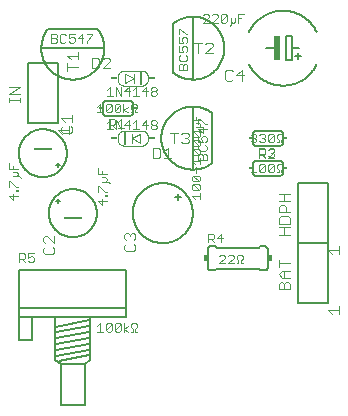
<source format=gto>
G75*
%MOIN*%
%OFA0B0*%
%FSLAX25Y25*%
%IPPOS*%
%LPD*%
%AMOC8*
5,1,8,0,0,1.08239X$1,22.5*
%
%ADD10C,0.00500*%
%ADD11C,0.00300*%
%ADD12C,0.00400*%
%ADD13C,0.00600*%
%ADD14R,0.06400X0.01000*%
%ADD15R,0.02000X0.08000*%
%ADD16R,0.01000X0.05000*%
%ADD17R,0.02200X0.00800*%
%ADD18R,0.01500X0.01000*%
%ADD19R,0.01500X0.02000*%
%ADD20C,0.00800*%
D10*
X0043933Y0095337D02*
X0053933Y0095337D01*
X0053933Y0115337D01*
X0043933Y0115337D01*
X0043933Y0095337D01*
X0069421Y0120337D02*
X0069412Y0120625D01*
X0069395Y0120913D01*
X0069371Y0121200D01*
X0069340Y0121486D01*
X0069303Y0121772D01*
X0069258Y0122057D01*
X0069206Y0122340D01*
X0069147Y0122622D01*
X0069082Y0122903D01*
X0069009Y0123181D01*
X0068930Y0123458D01*
X0068844Y0123733D01*
X0068751Y0124006D01*
X0068652Y0124276D01*
X0068546Y0124544D01*
X0068433Y0124809D01*
X0067181Y0126837D02*
X0050685Y0126837D01*
X0048445Y0120337D02*
X0069421Y0120337D01*
X0049433Y0124809D02*
X0049320Y0124544D01*
X0049214Y0124276D01*
X0049115Y0124006D01*
X0049022Y0123733D01*
X0048936Y0123458D01*
X0048857Y0123181D01*
X0048784Y0122903D01*
X0048719Y0122622D01*
X0048660Y0122340D01*
X0048608Y0122057D01*
X0048563Y0121772D01*
X0048526Y0121486D01*
X0048495Y0121200D01*
X0048471Y0120913D01*
X0048454Y0120625D01*
X0048445Y0120337D01*
X0048442Y0120105D01*
X0048444Y0119874D01*
X0048452Y0119643D01*
X0048466Y0119412D01*
X0048485Y0119182D01*
X0048510Y0118952D01*
X0048541Y0118723D01*
X0048577Y0118494D01*
X0048618Y0118267D01*
X0048665Y0118040D01*
X0048718Y0117815D01*
X0048776Y0117591D01*
X0048840Y0117369D01*
X0048909Y0117148D01*
X0048983Y0116929D01*
X0049063Y0116712D01*
X0049148Y0116497D01*
X0049238Y0116284D01*
X0049333Y0116073D01*
X0049433Y0115865D01*
X0049387Y0124715D02*
X0049494Y0124940D01*
X0049606Y0125163D01*
X0049723Y0125383D01*
X0049845Y0125600D01*
X0049973Y0125815D01*
X0050106Y0126026D01*
X0050243Y0126234D01*
X0050386Y0126438D01*
X0050533Y0126640D01*
X0050685Y0126837D01*
X0049433Y0115865D02*
X0049545Y0115635D01*
X0049662Y0115408D01*
X0049784Y0115184D01*
X0049912Y0114963D01*
X0050046Y0114746D01*
X0050184Y0114531D01*
X0050328Y0114320D01*
X0050477Y0114113D01*
X0050631Y0113909D01*
X0050789Y0113709D01*
X0050953Y0113513D01*
X0051121Y0113321D01*
X0051294Y0113133D01*
X0051472Y0112949D01*
X0051653Y0112770D01*
X0051840Y0112595D01*
X0052030Y0112425D01*
X0052224Y0112260D01*
X0052423Y0112099D01*
X0052625Y0111943D01*
X0052831Y0111792D01*
X0053041Y0111646D01*
X0053254Y0111506D01*
X0053470Y0111370D01*
X0053690Y0111240D01*
X0053913Y0111115D01*
X0054138Y0110996D01*
X0054367Y0110882D01*
X0054598Y0110774D01*
X0054832Y0110671D01*
X0055068Y0110574D01*
X0055307Y0110483D01*
X0055547Y0110398D01*
X0055790Y0110318D01*
X0056035Y0110245D01*
X0056281Y0110177D01*
X0056529Y0110116D01*
X0056778Y0110061D01*
X0057028Y0110011D01*
X0057280Y0109968D01*
X0057533Y0109931D01*
X0057786Y0109900D01*
X0058040Y0109875D01*
X0058295Y0109856D01*
X0058550Y0109844D01*
X0058805Y0109838D01*
X0059061Y0109838D01*
X0059316Y0109844D01*
X0059571Y0109856D01*
X0059826Y0109875D01*
X0060080Y0109900D01*
X0060333Y0109931D01*
X0060586Y0109968D01*
X0060838Y0110011D01*
X0061088Y0110061D01*
X0061337Y0110116D01*
X0061585Y0110177D01*
X0061831Y0110245D01*
X0062076Y0110318D01*
X0062319Y0110398D01*
X0062559Y0110483D01*
X0062798Y0110574D01*
X0063034Y0110671D01*
X0063268Y0110774D01*
X0063499Y0110882D01*
X0063728Y0110996D01*
X0063953Y0111115D01*
X0064176Y0111240D01*
X0064396Y0111370D01*
X0064612Y0111506D01*
X0064825Y0111646D01*
X0065035Y0111792D01*
X0065241Y0111943D01*
X0065443Y0112099D01*
X0065642Y0112260D01*
X0065836Y0112425D01*
X0066026Y0112595D01*
X0066213Y0112770D01*
X0066394Y0112949D01*
X0066572Y0113133D01*
X0066745Y0113321D01*
X0066913Y0113513D01*
X0067077Y0113709D01*
X0067235Y0113909D01*
X0067389Y0114113D01*
X0067538Y0114320D01*
X0067682Y0114531D01*
X0067820Y0114746D01*
X0067954Y0114963D01*
X0068082Y0115184D01*
X0068204Y0115408D01*
X0068321Y0115635D01*
X0068433Y0115865D01*
X0068533Y0116073D01*
X0068628Y0116284D01*
X0068718Y0116497D01*
X0068803Y0116712D01*
X0068883Y0116929D01*
X0068957Y0117148D01*
X0069026Y0117369D01*
X0069090Y0117591D01*
X0069148Y0117815D01*
X0069201Y0118040D01*
X0069248Y0118267D01*
X0069289Y0118494D01*
X0069325Y0118723D01*
X0069356Y0118952D01*
X0069381Y0119182D01*
X0069400Y0119412D01*
X0069414Y0119643D01*
X0069422Y0119874D01*
X0069424Y0120105D01*
X0069421Y0120337D01*
X0068435Y0124809D02*
X0068331Y0125024D01*
X0068222Y0125237D01*
X0068108Y0125447D01*
X0067989Y0125654D01*
X0067866Y0125859D01*
X0067738Y0126061D01*
X0067605Y0126260D01*
X0067468Y0126455D01*
X0067327Y0126648D01*
X0067181Y0126837D01*
X0092433Y0128585D02*
X0092433Y0112089D01*
X0098933Y0109849D02*
X0098933Y0130825D01*
X0094461Y0110837D02*
X0094726Y0110724D01*
X0094994Y0110618D01*
X0095264Y0110519D01*
X0095537Y0110426D01*
X0095812Y0110340D01*
X0096089Y0110261D01*
X0096367Y0110188D01*
X0096648Y0110123D01*
X0096930Y0110064D01*
X0097213Y0110012D01*
X0097498Y0109967D01*
X0097784Y0109930D01*
X0098070Y0109899D01*
X0098357Y0109875D01*
X0098645Y0109858D01*
X0098933Y0109849D01*
X0094461Y0129837D02*
X0094726Y0129950D01*
X0094994Y0130056D01*
X0095264Y0130155D01*
X0095537Y0130248D01*
X0095812Y0130334D01*
X0096089Y0130413D01*
X0096367Y0130486D01*
X0096648Y0130551D01*
X0096930Y0130610D01*
X0097213Y0130662D01*
X0097498Y0130707D01*
X0097784Y0130744D01*
X0098070Y0130775D01*
X0098357Y0130799D01*
X0098645Y0130816D01*
X0098933Y0130825D01*
X0099165Y0130828D01*
X0099396Y0130826D01*
X0099627Y0130818D01*
X0099858Y0130804D01*
X0100088Y0130785D01*
X0100318Y0130760D01*
X0100547Y0130729D01*
X0100776Y0130693D01*
X0101003Y0130652D01*
X0101230Y0130605D01*
X0101455Y0130552D01*
X0101679Y0130494D01*
X0101901Y0130430D01*
X0102122Y0130361D01*
X0102341Y0130287D01*
X0102558Y0130207D01*
X0102773Y0130122D01*
X0102986Y0130032D01*
X0103197Y0129937D01*
X0103405Y0129837D01*
X0094461Y0129839D02*
X0094246Y0129735D01*
X0094033Y0129626D01*
X0093823Y0129512D01*
X0093616Y0129393D01*
X0093411Y0129270D01*
X0093209Y0129142D01*
X0093010Y0129009D01*
X0092815Y0128872D01*
X0092622Y0128731D01*
X0092433Y0128585D01*
X0103405Y0129837D02*
X0103635Y0129725D01*
X0103862Y0129608D01*
X0104086Y0129486D01*
X0104307Y0129358D01*
X0104524Y0129224D01*
X0104739Y0129086D01*
X0104950Y0128942D01*
X0105157Y0128793D01*
X0105361Y0128639D01*
X0105561Y0128481D01*
X0105757Y0128317D01*
X0105949Y0128149D01*
X0106137Y0127976D01*
X0106321Y0127798D01*
X0106500Y0127617D01*
X0106675Y0127430D01*
X0106845Y0127240D01*
X0107010Y0127046D01*
X0107171Y0126847D01*
X0107327Y0126645D01*
X0107478Y0126439D01*
X0107624Y0126229D01*
X0107764Y0126016D01*
X0107900Y0125800D01*
X0108030Y0125580D01*
X0108155Y0125357D01*
X0108274Y0125132D01*
X0108388Y0124903D01*
X0108496Y0124672D01*
X0108599Y0124438D01*
X0108696Y0124202D01*
X0108787Y0123963D01*
X0108872Y0123723D01*
X0108952Y0123480D01*
X0109025Y0123235D01*
X0109093Y0122989D01*
X0109154Y0122741D01*
X0109209Y0122492D01*
X0109259Y0122242D01*
X0109302Y0121990D01*
X0109339Y0121737D01*
X0109370Y0121484D01*
X0109395Y0121230D01*
X0109414Y0120975D01*
X0109426Y0120720D01*
X0109432Y0120465D01*
X0109432Y0120209D01*
X0109426Y0119954D01*
X0109414Y0119699D01*
X0109395Y0119444D01*
X0109370Y0119190D01*
X0109339Y0118937D01*
X0109302Y0118684D01*
X0109259Y0118432D01*
X0109209Y0118182D01*
X0109154Y0117933D01*
X0109093Y0117685D01*
X0109025Y0117439D01*
X0108952Y0117194D01*
X0108872Y0116951D01*
X0108787Y0116711D01*
X0108696Y0116472D01*
X0108599Y0116236D01*
X0108496Y0116002D01*
X0108388Y0115771D01*
X0108274Y0115542D01*
X0108155Y0115317D01*
X0108030Y0115094D01*
X0107900Y0114874D01*
X0107764Y0114658D01*
X0107624Y0114445D01*
X0107478Y0114235D01*
X0107327Y0114029D01*
X0107171Y0113827D01*
X0107010Y0113628D01*
X0106845Y0113434D01*
X0106675Y0113244D01*
X0106500Y0113057D01*
X0106321Y0112876D01*
X0106137Y0112698D01*
X0105949Y0112525D01*
X0105757Y0112357D01*
X0105561Y0112193D01*
X0105361Y0112035D01*
X0105157Y0111881D01*
X0104950Y0111732D01*
X0104739Y0111588D01*
X0104524Y0111450D01*
X0104307Y0111316D01*
X0104086Y0111188D01*
X0103862Y0111066D01*
X0103635Y0110949D01*
X0103405Y0110837D01*
X0103197Y0110737D01*
X0102986Y0110642D01*
X0102773Y0110552D01*
X0102558Y0110467D01*
X0102341Y0110387D01*
X0102122Y0110313D01*
X0101901Y0110244D01*
X0101679Y0110180D01*
X0101455Y0110122D01*
X0101230Y0110069D01*
X0101003Y0110022D01*
X0100776Y0109981D01*
X0100547Y0109945D01*
X0100318Y0109914D01*
X0100088Y0109889D01*
X0099858Y0109870D01*
X0099627Y0109856D01*
X0099396Y0109848D01*
X0099165Y0109846D01*
X0098933Y0109849D01*
X0098933Y0100825D02*
X0098933Y0079849D01*
X0105433Y0082089D02*
X0105433Y0098585D01*
X0103405Y0080837D02*
X0103140Y0080724D01*
X0102872Y0080618D01*
X0102602Y0080519D01*
X0102329Y0080426D01*
X0102054Y0080340D01*
X0101777Y0080261D01*
X0101499Y0080188D01*
X0101218Y0080123D01*
X0100936Y0080064D01*
X0100653Y0080012D01*
X0100368Y0079967D01*
X0100082Y0079930D01*
X0099796Y0079899D01*
X0099509Y0079875D01*
X0099221Y0079858D01*
X0098933Y0079849D01*
X0103405Y0099837D02*
X0103140Y0099950D01*
X0102872Y0100056D01*
X0102602Y0100155D01*
X0102329Y0100248D01*
X0102054Y0100334D01*
X0101777Y0100413D01*
X0101499Y0100486D01*
X0101218Y0100551D01*
X0100936Y0100610D01*
X0100653Y0100662D01*
X0100368Y0100707D01*
X0100082Y0100744D01*
X0099796Y0100775D01*
X0099509Y0100799D01*
X0099221Y0100816D01*
X0098933Y0100825D01*
X0098701Y0100828D01*
X0098470Y0100826D01*
X0098239Y0100818D01*
X0098008Y0100804D01*
X0097778Y0100785D01*
X0097548Y0100760D01*
X0097319Y0100729D01*
X0097090Y0100693D01*
X0096863Y0100652D01*
X0096636Y0100605D01*
X0096411Y0100552D01*
X0096187Y0100494D01*
X0095965Y0100430D01*
X0095744Y0100361D01*
X0095525Y0100287D01*
X0095308Y0100207D01*
X0095093Y0100122D01*
X0094880Y0100032D01*
X0094669Y0099937D01*
X0094461Y0099837D01*
X0103311Y0099883D02*
X0103536Y0099776D01*
X0103759Y0099664D01*
X0103979Y0099547D01*
X0104196Y0099425D01*
X0104411Y0099297D01*
X0104622Y0099164D01*
X0104830Y0099027D01*
X0105034Y0098884D01*
X0105236Y0098737D01*
X0105433Y0098585D01*
X0094461Y0099837D02*
X0094231Y0099725D01*
X0094004Y0099608D01*
X0093780Y0099486D01*
X0093559Y0099358D01*
X0093342Y0099224D01*
X0093127Y0099086D01*
X0092916Y0098942D01*
X0092709Y0098793D01*
X0092505Y0098639D01*
X0092305Y0098481D01*
X0092109Y0098317D01*
X0091917Y0098149D01*
X0091729Y0097976D01*
X0091545Y0097798D01*
X0091366Y0097617D01*
X0091191Y0097430D01*
X0091021Y0097240D01*
X0090856Y0097046D01*
X0090695Y0096847D01*
X0090539Y0096645D01*
X0090388Y0096439D01*
X0090242Y0096229D01*
X0090102Y0096016D01*
X0089966Y0095800D01*
X0089836Y0095580D01*
X0089711Y0095357D01*
X0089592Y0095132D01*
X0089478Y0094903D01*
X0089370Y0094672D01*
X0089267Y0094438D01*
X0089170Y0094202D01*
X0089079Y0093963D01*
X0088994Y0093723D01*
X0088914Y0093480D01*
X0088841Y0093235D01*
X0088773Y0092989D01*
X0088712Y0092741D01*
X0088657Y0092492D01*
X0088607Y0092242D01*
X0088564Y0091990D01*
X0088527Y0091737D01*
X0088496Y0091484D01*
X0088471Y0091230D01*
X0088452Y0090975D01*
X0088440Y0090720D01*
X0088434Y0090465D01*
X0088434Y0090209D01*
X0088440Y0089954D01*
X0088452Y0089699D01*
X0088471Y0089444D01*
X0088496Y0089190D01*
X0088527Y0088937D01*
X0088564Y0088684D01*
X0088607Y0088432D01*
X0088657Y0088182D01*
X0088712Y0087933D01*
X0088773Y0087685D01*
X0088841Y0087439D01*
X0088914Y0087194D01*
X0088994Y0086951D01*
X0089079Y0086711D01*
X0089170Y0086472D01*
X0089267Y0086236D01*
X0089370Y0086002D01*
X0089478Y0085771D01*
X0089592Y0085542D01*
X0089711Y0085317D01*
X0089836Y0085094D01*
X0089966Y0084874D01*
X0090102Y0084658D01*
X0090242Y0084445D01*
X0090388Y0084235D01*
X0090539Y0084029D01*
X0090695Y0083827D01*
X0090856Y0083628D01*
X0091021Y0083434D01*
X0091191Y0083244D01*
X0091366Y0083057D01*
X0091545Y0082876D01*
X0091729Y0082698D01*
X0091917Y0082525D01*
X0092109Y0082357D01*
X0092305Y0082193D01*
X0092505Y0082035D01*
X0092709Y0081881D01*
X0092916Y0081732D01*
X0093127Y0081588D01*
X0093342Y0081450D01*
X0093559Y0081316D01*
X0093780Y0081188D01*
X0094004Y0081066D01*
X0094231Y0080949D01*
X0094461Y0080837D01*
X0094669Y0080737D01*
X0094880Y0080642D01*
X0095093Y0080552D01*
X0095308Y0080467D01*
X0095525Y0080387D01*
X0095744Y0080313D01*
X0095965Y0080244D01*
X0096187Y0080180D01*
X0096411Y0080122D01*
X0096636Y0080069D01*
X0096863Y0080022D01*
X0097090Y0079981D01*
X0097319Y0079945D01*
X0097548Y0079914D01*
X0097778Y0079889D01*
X0098008Y0079870D01*
X0098239Y0079856D01*
X0098470Y0079848D01*
X0098701Y0079846D01*
X0098933Y0079849D01*
X0103405Y0080835D02*
X0103620Y0080939D01*
X0103833Y0081048D01*
X0104043Y0081162D01*
X0104250Y0081281D01*
X0104455Y0081404D01*
X0104657Y0081532D01*
X0104856Y0081665D01*
X0105051Y0081802D01*
X0105244Y0081943D01*
X0105433Y0082089D01*
X0133933Y0075337D02*
X0133933Y0055337D01*
X0143933Y0055337D01*
X0143933Y0075337D01*
X0133933Y0075337D01*
X0133933Y0055337D02*
X0143933Y0055337D01*
X0143933Y0035337D01*
X0133933Y0035337D01*
X0133933Y0055337D01*
X0094556Y0110791D02*
X0094331Y0110898D01*
X0094108Y0111010D01*
X0093888Y0111127D01*
X0093671Y0111249D01*
X0093456Y0111377D01*
X0093245Y0111510D01*
X0093037Y0111647D01*
X0092833Y0111790D01*
X0092631Y0111937D01*
X0092434Y0112089D01*
D11*
X0094231Y0113121D02*
X0094231Y0114572D01*
X0094714Y0115056D01*
X0095198Y0115056D01*
X0095682Y0114572D01*
X0095682Y0113121D01*
X0095682Y0114572D02*
X0096166Y0115056D01*
X0096649Y0115056D01*
X0097133Y0114572D01*
X0097133Y0113121D01*
X0094231Y0113121D01*
X0094714Y0116067D02*
X0094231Y0116551D01*
X0094231Y0117518D01*
X0094714Y0118002D01*
X0094231Y0119014D02*
X0095682Y0119014D01*
X0095198Y0119981D01*
X0095198Y0120465D01*
X0095682Y0120949D01*
X0096649Y0120949D01*
X0097133Y0120465D01*
X0097133Y0119497D01*
X0096649Y0119014D01*
X0096649Y0118002D02*
X0097133Y0117518D01*
X0097133Y0116551D01*
X0096649Y0116067D01*
X0094714Y0116067D01*
X0094231Y0119014D02*
X0094231Y0120949D01*
X0094231Y0121960D02*
X0095682Y0121960D01*
X0095198Y0122928D01*
X0095198Y0123412D01*
X0095682Y0123895D01*
X0096649Y0123895D01*
X0097133Y0123412D01*
X0097133Y0122444D01*
X0096649Y0121960D01*
X0096649Y0124907D02*
X0097133Y0124907D01*
X0096649Y0124907D02*
X0094714Y0126842D01*
X0094231Y0126842D01*
X0094231Y0124907D01*
X0094231Y0123895D02*
X0094231Y0121960D01*
X0102350Y0128787D02*
X0104285Y0130722D01*
X0104285Y0131206D01*
X0103802Y0131689D01*
X0102834Y0131689D01*
X0102350Y0131206D01*
X0102350Y0128787D02*
X0104285Y0128787D01*
X0105297Y0128787D02*
X0107232Y0130722D01*
X0107232Y0131206D01*
X0106748Y0131689D01*
X0105781Y0131689D01*
X0105297Y0131206D01*
X0105297Y0128787D02*
X0107232Y0128787D01*
X0108244Y0129271D02*
X0108244Y0131206D01*
X0108727Y0131689D01*
X0109695Y0131689D01*
X0110178Y0131206D01*
X0108244Y0129271D01*
X0108727Y0128787D01*
X0109695Y0128787D01*
X0110178Y0129271D01*
X0110178Y0131206D01*
X0111674Y0130238D02*
X0111674Y0129271D01*
X0111674Y0128303D01*
X0111190Y0127820D01*
X0112158Y0128787D02*
X0112641Y0128787D01*
X0113125Y0129271D01*
X0113125Y0130238D01*
X0114137Y0130238D02*
X0115104Y0130238D01*
X0114137Y0128787D02*
X0114137Y0131689D01*
X0116072Y0131689D01*
X0112158Y0128787D02*
X0111674Y0129271D01*
X0111568Y0113190D02*
X0110334Y0113190D01*
X0109717Y0112573D01*
X0109717Y0110104D01*
X0110334Y0109487D01*
X0111568Y0109487D01*
X0112186Y0110104D01*
X0113400Y0111339D02*
X0115869Y0111339D01*
X0115252Y0113190D02*
X0115252Y0109487D01*
X0113400Y0111339D02*
X0115252Y0113190D01*
X0112186Y0112573D02*
X0111568Y0113190D01*
X0101214Y0096842D02*
X0103149Y0094907D01*
X0103633Y0094907D01*
X0103633Y0093411D02*
X0100731Y0093411D01*
X0102182Y0091960D01*
X0102182Y0093895D01*
X0101967Y0094043D02*
X0102451Y0093559D01*
X0101967Y0094043D02*
X0100999Y0094043D01*
X0101483Y0094527D01*
X0101483Y0095010D01*
X0100999Y0095494D01*
X0100032Y0095494D01*
X0100731Y0094907D02*
X0100731Y0096842D01*
X0101214Y0096842D01*
X0101483Y0096506D02*
X0098581Y0096506D01*
X0098581Y0098441D01*
X0100032Y0097473D02*
X0100032Y0096506D01*
X0100032Y0094043D02*
X0100999Y0094043D01*
X0100999Y0092548D02*
X0101483Y0092064D01*
X0101483Y0091096D01*
X0100999Y0090613D01*
X0099064Y0092548D01*
X0100999Y0092548D01*
X0100731Y0090949D02*
X0100731Y0089014D01*
X0102182Y0089014D01*
X0101698Y0089981D01*
X0101698Y0090465D01*
X0102182Y0090949D01*
X0103149Y0090949D01*
X0103633Y0090465D01*
X0103633Y0089497D01*
X0103149Y0089014D01*
X0103149Y0088002D02*
X0103633Y0087518D01*
X0103633Y0086551D01*
X0103149Y0086067D01*
X0101214Y0086067D01*
X0100731Y0086551D01*
X0100731Y0087518D01*
X0101214Y0088002D01*
X0101483Y0088150D02*
X0100999Y0087666D01*
X0099064Y0089601D01*
X0100999Y0089601D01*
X0101483Y0089117D01*
X0101483Y0088150D01*
X0100999Y0087666D02*
X0099064Y0087666D01*
X0098581Y0088150D01*
X0098581Y0089117D01*
X0099064Y0089601D01*
X0099064Y0090613D02*
X0098581Y0091096D01*
X0098581Y0092064D01*
X0099064Y0092548D01*
X0099064Y0090613D02*
X0100999Y0090613D01*
X0100999Y0086655D02*
X0099064Y0086655D01*
X0100999Y0084720D01*
X0101483Y0085203D01*
X0101483Y0086171D01*
X0100999Y0086655D01*
X0101214Y0085056D02*
X0101698Y0085056D01*
X0102182Y0084572D01*
X0102182Y0083121D01*
X0101483Y0082741D02*
X0098581Y0082741D01*
X0099548Y0081773D01*
X0100032Y0080762D02*
X0100032Y0078827D01*
X0100999Y0077815D02*
X0099064Y0077815D01*
X0100999Y0075880D01*
X0101483Y0076364D01*
X0101483Y0077331D01*
X0100999Y0077815D01*
X0100999Y0075880D02*
X0099064Y0075880D01*
X0098581Y0076364D01*
X0098581Y0077331D01*
X0099064Y0077815D01*
X0099064Y0074869D02*
X0100999Y0072934D01*
X0101483Y0073417D01*
X0101483Y0074385D01*
X0100999Y0074869D01*
X0099064Y0074869D01*
X0098581Y0074385D01*
X0098581Y0073417D01*
X0099064Y0072934D01*
X0100999Y0072934D01*
X0101483Y0071922D02*
X0101483Y0069987D01*
X0101483Y0070954D02*
X0098581Y0070954D01*
X0099548Y0069987D01*
X0104083Y0058489D02*
X0105534Y0058489D01*
X0106018Y0058006D01*
X0106018Y0057038D01*
X0105534Y0056554D01*
X0104083Y0056554D01*
X0105534Y0056554D01*
X0106018Y0057038D01*
X0106018Y0058006D01*
X0105534Y0058489D01*
X0104083Y0058489D01*
X0104083Y0055587D01*
X0104083Y0058489D01*
X0105051Y0056554D02*
X0106018Y0055587D01*
X0105051Y0056554D01*
X0107030Y0057038D02*
X0108965Y0057038D01*
X0107030Y0057038D01*
X0108481Y0058489D01*
X0108481Y0055587D01*
X0108481Y0058489D01*
X0107030Y0057038D01*
X0108167Y0051489D02*
X0107683Y0051006D01*
X0108167Y0051489D01*
X0109134Y0051489D01*
X0109618Y0051006D01*
X0109618Y0050522D01*
X0107683Y0048587D01*
X0109618Y0048587D01*
X0107683Y0048587D01*
X0109618Y0050522D01*
X0109618Y0051006D01*
X0109134Y0051489D01*
X0108167Y0051489D01*
X0110630Y0051006D02*
X0111113Y0051489D01*
X0112081Y0051489D01*
X0112565Y0051006D01*
X0112565Y0050522D01*
X0110630Y0048587D01*
X0112565Y0048587D01*
X0110630Y0048587D01*
X0112565Y0050522D01*
X0112565Y0051006D01*
X0112081Y0051489D01*
X0111113Y0051489D01*
X0110630Y0051006D01*
X0113576Y0051006D02*
X0114060Y0051489D01*
X0115027Y0051489D01*
X0115511Y0051006D01*
X0115511Y0050038D01*
X0115027Y0049554D01*
X0115027Y0048587D01*
X0115511Y0048587D01*
X0115027Y0048587D01*
X0115027Y0049554D01*
X0115511Y0050038D01*
X0115511Y0051006D01*
X0115027Y0051489D01*
X0114060Y0051489D01*
X0113576Y0051006D01*
X0113576Y0050038D01*
X0114060Y0049554D01*
X0114060Y0048587D01*
X0113576Y0048587D01*
X0114060Y0048587D01*
X0114060Y0049554D01*
X0113576Y0050038D01*
X0113576Y0051006D01*
X0118190Y0078887D02*
X0120125Y0078887D01*
X0119158Y0078887D02*
X0119158Y0081789D01*
X0118190Y0080822D01*
X0121137Y0081306D02*
X0121137Y0079371D01*
X0123072Y0081306D01*
X0123072Y0079371D01*
X0122588Y0078887D01*
X0121620Y0078887D01*
X0121137Y0079371D01*
X0121137Y0081306D02*
X0121620Y0081789D01*
X0122588Y0081789D01*
X0123072Y0081306D01*
X0124083Y0081306D02*
X0124083Y0079371D01*
X0126018Y0081306D01*
X0126018Y0079371D01*
X0125534Y0078887D01*
X0124567Y0078887D01*
X0124083Y0079371D01*
X0124083Y0081306D02*
X0124567Y0081789D01*
X0125534Y0081789D01*
X0126018Y0081306D01*
X0127030Y0081306D02*
X0127030Y0080338D01*
X0127513Y0079854D01*
X0127513Y0078887D01*
X0127030Y0078887D01*
X0128481Y0078887D02*
X0128481Y0079854D01*
X0128965Y0080338D01*
X0128965Y0081306D01*
X0128481Y0081789D01*
X0127513Y0081789D01*
X0127030Y0081306D01*
X0126018Y0083787D02*
X0124083Y0083787D01*
X0126018Y0085722D01*
X0126018Y0086206D01*
X0125534Y0086689D01*
X0124567Y0086689D01*
X0124083Y0086206D01*
X0124083Y0086406D02*
X0124567Y0086889D01*
X0125534Y0086889D01*
X0126018Y0086406D01*
X0126018Y0085922D01*
X0125534Y0085438D01*
X0126018Y0084954D01*
X0126018Y0084471D01*
X0125534Y0083987D01*
X0124567Y0083987D01*
X0124083Y0084471D01*
X0123072Y0083987D02*
X0122104Y0084954D01*
X0122104Y0084754D02*
X0123072Y0083787D01*
X0122588Y0084754D02*
X0121137Y0084754D01*
X0121137Y0084954D02*
X0122588Y0084954D01*
X0123072Y0085438D01*
X0123072Y0086406D01*
X0122588Y0086889D01*
X0121137Y0086889D01*
X0121137Y0083987D01*
X0121137Y0083787D02*
X0121137Y0086689D01*
X0122588Y0086689D01*
X0123072Y0086206D01*
X0123072Y0085238D01*
X0122588Y0084754D01*
X0125051Y0085438D02*
X0125534Y0085438D01*
X0125534Y0088887D02*
X0124567Y0088887D01*
X0124083Y0089371D01*
X0126018Y0091306D01*
X0126018Y0089371D01*
X0125534Y0088887D01*
X0127030Y0088887D02*
X0127513Y0088887D01*
X0127513Y0089854D01*
X0127030Y0090338D01*
X0127030Y0091306D01*
X0127513Y0091789D01*
X0128481Y0091789D01*
X0128965Y0091306D01*
X0128965Y0090338D01*
X0128481Y0089854D01*
X0128481Y0088887D01*
X0128965Y0088887D01*
X0126018Y0091306D02*
X0125534Y0091789D01*
X0124567Y0091789D01*
X0124083Y0091306D01*
X0124083Y0089371D01*
X0123072Y0089371D02*
X0122588Y0088887D01*
X0121620Y0088887D01*
X0121137Y0089371D01*
X0120125Y0089371D02*
X0119641Y0088887D01*
X0118674Y0088887D01*
X0118190Y0089371D01*
X0119158Y0090338D02*
X0119641Y0090338D01*
X0120125Y0089854D01*
X0120125Y0089371D01*
X0119641Y0090338D02*
X0120125Y0090822D01*
X0120125Y0091306D01*
X0119641Y0091789D01*
X0118674Y0091789D01*
X0118190Y0091306D01*
X0121137Y0091306D02*
X0121620Y0091789D01*
X0122588Y0091789D01*
X0123072Y0091306D01*
X0123072Y0090822D01*
X0122588Y0090338D01*
X0123072Y0089854D01*
X0123072Y0089371D01*
X0122588Y0090338D02*
X0122104Y0090338D01*
X0128481Y0078887D02*
X0128965Y0078887D01*
X0147783Y0054273D02*
X0147783Y0051804D01*
X0147783Y0053038D02*
X0144080Y0053038D01*
X0145314Y0051804D01*
X0147783Y0034273D02*
X0147783Y0031804D01*
X0147783Y0033038D02*
X0144080Y0033038D01*
X0145314Y0031804D01*
X0101483Y0081773D02*
X0101483Y0083708D01*
X0100731Y0083121D02*
X0100731Y0084572D01*
X0101214Y0085056D01*
X0100999Y0084720D02*
X0099064Y0084720D01*
X0098581Y0085203D01*
X0098581Y0086171D01*
X0099064Y0086655D01*
X0100731Y0083121D02*
X0103633Y0083121D01*
X0103633Y0084572D01*
X0103149Y0085056D01*
X0102666Y0085056D01*
X0102182Y0084572D01*
X0086911Y0093846D02*
X0086427Y0093362D01*
X0085460Y0093362D01*
X0084976Y0093846D01*
X0084976Y0094329D01*
X0085460Y0094813D01*
X0086427Y0094813D01*
X0086911Y0094329D01*
X0086911Y0093846D01*
X0086427Y0094813D02*
X0086911Y0095297D01*
X0086911Y0095781D01*
X0086427Y0096264D01*
X0085460Y0096264D01*
X0084976Y0095781D01*
X0084976Y0095297D01*
X0085460Y0094813D01*
X0083965Y0094813D02*
X0082030Y0094813D01*
X0083481Y0096264D01*
X0083481Y0093362D01*
X0081433Y0091837D02*
X0078683Y0090337D01*
X0078683Y0088837D01*
X0078683Y0090337D02*
X0078683Y0091837D01*
X0078683Y0090337D02*
X0081433Y0088837D01*
X0081433Y0091837D01*
X0081018Y0093362D02*
X0079083Y0093362D01*
X0080051Y0093362D02*
X0080051Y0096264D01*
X0079083Y0095297D01*
X0078072Y0094813D02*
X0076137Y0094813D01*
X0077588Y0096264D01*
X0077588Y0093362D01*
X0076018Y0093787D02*
X0074083Y0093787D01*
X0075051Y0093787D02*
X0075051Y0096689D01*
X0074083Y0095722D01*
X0073190Y0096264D02*
X0073190Y0093362D01*
X0073072Y0093787D02*
X0072104Y0094754D01*
X0072588Y0094754D02*
X0071137Y0094754D01*
X0071137Y0093787D02*
X0071137Y0096689D01*
X0072588Y0096689D01*
X0073072Y0096206D01*
X0073072Y0095238D01*
X0072588Y0094754D01*
X0072178Y0093362D02*
X0070244Y0093362D01*
X0071211Y0093362D02*
X0071211Y0096264D01*
X0070244Y0095297D01*
X0073190Y0096264D02*
X0075125Y0093362D01*
X0075125Y0096264D01*
X0075802Y0098887D02*
X0075802Y0101789D01*
X0074790Y0101306D02*
X0072855Y0099371D01*
X0073339Y0098887D01*
X0074307Y0098887D01*
X0074790Y0099371D01*
X0074790Y0101306D01*
X0074307Y0101789D01*
X0073339Y0101789D01*
X0072855Y0101306D01*
X0072855Y0099371D01*
X0071844Y0099371D02*
X0071360Y0098887D01*
X0070393Y0098887D01*
X0069909Y0099371D01*
X0071844Y0101306D01*
X0071844Y0099371D01*
X0069909Y0099371D02*
X0069909Y0101306D01*
X0070393Y0101789D01*
X0071360Y0101789D01*
X0071844Y0101306D01*
X0072178Y0104412D02*
X0070244Y0104412D01*
X0071211Y0104412D02*
X0071211Y0107314D01*
X0070244Y0106347D01*
X0073190Y0107314D02*
X0073190Y0104412D01*
X0075125Y0104412D02*
X0075125Y0107314D01*
X0076137Y0105863D02*
X0078072Y0105863D01*
X0079083Y0106347D02*
X0080051Y0107314D01*
X0080051Y0104412D01*
X0081018Y0104412D02*
X0079083Y0104412D01*
X0077588Y0104412D02*
X0077588Y0107314D01*
X0076137Y0105863D01*
X0075125Y0104412D02*
X0073190Y0107314D01*
X0076433Y0108837D02*
X0079183Y0110337D01*
X0079183Y0111837D01*
X0079183Y0110337D02*
X0079183Y0108837D01*
X0079183Y0110337D02*
X0076433Y0111837D01*
X0076433Y0108837D01*
X0082030Y0105863D02*
X0083965Y0105863D01*
X0084976Y0105379D02*
X0085460Y0105863D01*
X0086427Y0105863D01*
X0086911Y0105379D01*
X0086911Y0104896D01*
X0086427Y0104412D01*
X0085460Y0104412D01*
X0084976Y0104896D01*
X0084976Y0105379D01*
X0085460Y0105863D02*
X0084976Y0106347D01*
X0084976Y0106831D01*
X0085460Y0107314D01*
X0086427Y0107314D01*
X0086911Y0106831D01*
X0086911Y0106347D01*
X0086427Y0105863D01*
X0083481Y0104412D02*
X0083481Y0107314D01*
X0082030Y0105863D01*
X0079709Y0101789D02*
X0078741Y0101789D01*
X0078257Y0101306D01*
X0078257Y0100338D01*
X0078741Y0099854D01*
X0078741Y0098887D01*
X0078257Y0098887D01*
X0077253Y0098887D02*
X0075802Y0099854D01*
X0077253Y0100822D01*
X0079709Y0101789D02*
X0080192Y0101306D01*
X0080192Y0100338D01*
X0079709Y0099854D01*
X0079709Y0098887D01*
X0080192Y0098887D01*
X0068897Y0098887D02*
X0066962Y0098887D01*
X0067930Y0098887D02*
X0067930Y0101789D01*
X0066962Y0100822D01*
X0058783Y0098139D02*
X0058783Y0095670D01*
X0058783Y0096905D02*
X0055080Y0096905D01*
X0056314Y0095670D01*
X0055697Y0094456D02*
X0055080Y0093839D01*
X0055080Y0092604D01*
X0055697Y0091987D01*
X0058166Y0091987D01*
X0058783Y0092604D01*
X0058783Y0093839D01*
X0058166Y0094456D01*
X0057783Y0094273D02*
X0057783Y0091804D01*
X0057783Y0093038D02*
X0054080Y0093038D01*
X0055314Y0091804D01*
X0067331Y0080235D02*
X0067331Y0078300D01*
X0070233Y0078300D01*
X0069749Y0077288D02*
X0068782Y0077288D01*
X0069749Y0077288D02*
X0070233Y0076805D01*
X0070233Y0076321D01*
X0069749Y0075837D01*
X0070717Y0075837D01*
X0071201Y0075353D01*
X0069749Y0075837D02*
X0068782Y0075837D01*
X0067814Y0074342D02*
X0067331Y0074342D01*
X0067331Y0072407D01*
X0067814Y0074342D02*
X0069749Y0072407D01*
X0070233Y0072407D01*
X0070233Y0071417D02*
X0070233Y0070934D01*
X0069749Y0070934D01*
X0069749Y0071417D01*
X0070233Y0071417D01*
X0070233Y0069438D02*
X0067331Y0069438D01*
X0068782Y0067987D01*
X0068782Y0069922D01*
X0068782Y0078300D02*
X0068782Y0079267D01*
X0076697Y0058773D02*
X0077314Y0058773D01*
X0077931Y0058155D01*
X0078549Y0058773D01*
X0079166Y0058773D01*
X0079783Y0058155D01*
X0079783Y0056921D01*
X0079166Y0056304D01*
X0079166Y0055089D02*
X0079783Y0054472D01*
X0079783Y0053238D01*
X0079166Y0052621D01*
X0076697Y0052621D01*
X0076080Y0053238D01*
X0076080Y0054472D01*
X0076697Y0055089D01*
X0076697Y0056304D02*
X0076080Y0056921D01*
X0076080Y0058155D01*
X0076697Y0058773D01*
X0077931Y0058155D02*
X0077931Y0057538D01*
X0052783Y0057773D02*
X0052783Y0055304D01*
X0050314Y0057773D01*
X0049697Y0057773D01*
X0049080Y0057155D01*
X0049080Y0055921D01*
X0049697Y0055304D01*
X0049697Y0054089D02*
X0049080Y0053472D01*
X0049080Y0052238D01*
X0049697Y0051621D01*
X0052166Y0051621D01*
X0052783Y0052238D01*
X0052783Y0053472D01*
X0052166Y0054089D01*
X0045965Y0051889D02*
X0044030Y0051889D01*
X0044030Y0050438D01*
X0044997Y0050922D01*
X0045481Y0050922D01*
X0045965Y0050438D01*
X0045965Y0049471D01*
X0045481Y0048987D01*
X0044513Y0048987D01*
X0044030Y0049471D01*
X0043018Y0048987D02*
X0042051Y0049954D01*
X0042534Y0049954D02*
X0041083Y0049954D01*
X0041083Y0048987D02*
X0041083Y0051889D01*
X0042534Y0051889D01*
X0043018Y0051406D01*
X0043018Y0050438D01*
X0042534Y0049954D01*
X0039082Y0069728D02*
X0039082Y0071663D01*
X0040049Y0072674D02*
X0040049Y0073158D01*
X0040533Y0073158D01*
X0040533Y0072674D01*
X0040049Y0072674D01*
X0040049Y0074147D02*
X0040533Y0074147D01*
X0040049Y0074147D02*
X0038114Y0076082D01*
X0037631Y0076082D01*
X0037631Y0074147D01*
X0037631Y0071179D02*
X0039082Y0069728D01*
X0040533Y0071179D02*
X0037631Y0071179D01*
X0041501Y0077094D02*
X0041017Y0077578D01*
X0040049Y0077578D01*
X0040533Y0078061D01*
X0040533Y0078545D01*
X0040049Y0079029D01*
X0039082Y0079029D01*
X0039082Y0080040D02*
X0039082Y0081008D01*
X0040533Y0080040D02*
X0037631Y0080040D01*
X0037631Y0081975D01*
X0039082Y0077578D02*
X0040049Y0077578D01*
X0051717Y0122137D02*
X0053168Y0122137D01*
X0053652Y0122621D01*
X0053652Y0123104D01*
X0053168Y0123588D01*
X0051717Y0123588D01*
X0051717Y0122137D02*
X0051717Y0125039D01*
X0053168Y0125039D01*
X0053652Y0124556D01*
X0053652Y0124072D01*
X0053168Y0123588D01*
X0054663Y0122621D02*
X0055147Y0122137D01*
X0056115Y0122137D01*
X0056598Y0122621D01*
X0057610Y0122621D02*
X0058094Y0122137D01*
X0059061Y0122137D01*
X0059545Y0122621D01*
X0059545Y0123588D01*
X0059061Y0124072D01*
X0058577Y0124072D01*
X0057610Y0123588D01*
X0057610Y0125039D01*
X0059545Y0125039D01*
X0060556Y0123588D02*
X0062491Y0123588D01*
X0063503Y0122621D02*
X0063503Y0122137D01*
X0063503Y0122621D02*
X0065438Y0124556D01*
X0065438Y0125039D01*
X0063503Y0125039D01*
X0062008Y0125039D02*
X0062008Y0122137D01*
X0060556Y0123588D02*
X0062008Y0125039D01*
X0056598Y0124556D02*
X0056115Y0125039D01*
X0055147Y0125039D01*
X0054663Y0124556D01*
X0054663Y0122621D01*
X0068051Y0028689D02*
X0067083Y0027722D01*
X0068051Y0028689D02*
X0068051Y0025787D01*
X0069018Y0025787D02*
X0067083Y0025787D01*
X0070030Y0026271D02*
X0071965Y0028206D01*
X0071965Y0026271D01*
X0071481Y0025787D01*
X0070513Y0025787D01*
X0070030Y0026271D01*
X0070030Y0028206D01*
X0070513Y0028689D01*
X0071481Y0028689D01*
X0071965Y0028206D01*
X0072976Y0028206D02*
X0072976Y0026271D01*
X0074911Y0028206D01*
X0074911Y0026271D01*
X0074427Y0025787D01*
X0073460Y0025787D01*
X0072976Y0026271D01*
X0072976Y0028206D02*
X0073460Y0028689D01*
X0074427Y0028689D01*
X0074911Y0028206D01*
X0075923Y0028689D02*
X0075923Y0025787D01*
X0075923Y0026754D02*
X0077374Y0027722D01*
X0078378Y0027238D02*
X0078378Y0028206D01*
X0078862Y0028689D01*
X0079829Y0028689D01*
X0080313Y0028206D01*
X0080313Y0027238D01*
X0079829Y0026754D01*
X0079829Y0025787D01*
X0080313Y0025787D01*
X0078862Y0025787D02*
X0078862Y0026754D01*
X0078378Y0027238D01*
X0078378Y0025787D02*
X0078862Y0025787D01*
X0077374Y0025787D02*
X0075923Y0026754D01*
D12*
X0085633Y0083537D02*
X0087435Y0083537D01*
X0088035Y0084138D01*
X0088035Y0086540D01*
X0087435Y0087140D01*
X0085633Y0087140D01*
X0085633Y0083537D01*
X0089316Y0083537D02*
X0091718Y0083537D01*
X0090517Y0083537D02*
X0090517Y0087140D01*
X0089316Y0085939D01*
X0092651Y0088537D02*
X0092651Y0092140D01*
X0091450Y0092140D02*
X0093852Y0092140D01*
X0095133Y0091540D02*
X0095734Y0092140D01*
X0096935Y0092140D01*
X0097535Y0091540D01*
X0097535Y0090939D01*
X0096935Y0090339D01*
X0097535Y0089738D01*
X0097535Y0089138D01*
X0096935Y0088537D01*
X0095734Y0088537D01*
X0095133Y0089138D01*
X0096334Y0090339D02*
X0096935Y0090339D01*
X0083933Y0089837D02*
X0083933Y0090837D01*
X0083931Y0090924D01*
X0083925Y0091011D01*
X0083916Y0091098D01*
X0083903Y0091184D01*
X0083886Y0091270D01*
X0083865Y0091355D01*
X0083840Y0091438D01*
X0083812Y0091521D01*
X0083781Y0091602D01*
X0083746Y0091682D01*
X0083707Y0091760D01*
X0083665Y0091837D01*
X0083620Y0091912D01*
X0083571Y0091984D01*
X0083520Y0092055D01*
X0083465Y0092123D01*
X0083408Y0092188D01*
X0083347Y0092251D01*
X0083284Y0092312D01*
X0083219Y0092369D01*
X0083151Y0092424D01*
X0083080Y0092475D01*
X0083008Y0092524D01*
X0082933Y0092569D01*
X0082856Y0092611D01*
X0082778Y0092650D01*
X0082698Y0092685D01*
X0082617Y0092716D01*
X0082534Y0092744D01*
X0082451Y0092769D01*
X0082366Y0092790D01*
X0082280Y0092807D01*
X0082194Y0092820D01*
X0082107Y0092829D01*
X0082020Y0092835D01*
X0081933Y0092837D01*
X0075933Y0092837D01*
X0075846Y0092835D01*
X0075759Y0092829D01*
X0075672Y0092820D01*
X0075586Y0092807D01*
X0075500Y0092790D01*
X0075415Y0092769D01*
X0075332Y0092744D01*
X0075249Y0092716D01*
X0075168Y0092685D01*
X0075088Y0092650D01*
X0075010Y0092611D01*
X0074933Y0092569D01*
X0074858Y0092524D01*
X0074786Y0092475D01*
X0074715Y0092424D01*
X0074647Y0092369D01*
X0074582Y0092312D01*
X0074519Y0092251D01*
X0074458Y0092188D01*
X0074401Y0092123D01*
X0074346Y0092055D01*
X0074295Y0091984D01*
X0074246Y0091912D01*
X0074201Y0091837D01*
X0074159Y0091760D01*
X0074120Y0091682D01*
X0074085Y0091602D01*
X0074054Y0091521D01*
X0074026Y0091438D01*
X0074001Y0091355D01*
X0073980Y0091270D01*
X0073963Y0091184D01*
X0073950Y0091098D01*
X0073941Y0091011D01*
X0073935Y0090924D01*
X0073933Y0090837D01*
X0073933Y0089837D01*
X0073935Y0089750D01*
X0073941Y0089663D01*
X0073950Y0089576D01*
X0073963Y0089490D01*
X0073980Y0089404D01*
X0074001Y0089319D01*
X0074026Y0089236D01*
X0074054Y0089153D01*
X0074085Y0089072D01*
X0074120Y0088992D01*
X0074159Y0088914D01*
X0074201Y0088837D01*
X0074246Y0088762D01*
X0074295Y0088690D01*
X0074346Y0088619D01*
X0074401Y0088551D01*
X0074458Y0088486D01*
X0074519Y0088423D01*
X0074582Y0088362D01*
X0074647Y0088305D01*
X0074715Y0088250D01*
X0074786Y0088199D01*
X0074858Y0088150D01*
X0074933Y0088105D01*
X0075010Y0088063D01*
X0075088Y0088024D01*
X0075168Y0087989D01*
X0075249Y0087958D01*
X0075332Y0087930D01*
X0075415Y0087905D01*
X0075500Y0087884D01*
X0075586Y0087867D01*
X0075672Y0087854D01*
X0075759Y0087845D01*
X0075846Y0087839D01*
X0075933Y0087837D01*
X0081933Y0087837D01*
X0082020Y0087839D01*
X0082107Y0087845D01*
X0082194Y0087854D01*
X0082280Y0087867D01*
X0082366Y0087884D01*
X0082451Y0087905D01*
X0082534Y0087930D01*
X0082617Y0087958D01*
X0082698Y0087989D01*
X0082778Y0088024D01*
X0082856Y0088063D01*
X0082933Y0088105D01*
X0083008Y0088150D01*
X0083080Y0088199D01*
X0083151Y0088250D01*
X0083219Y0088305D01*
X0083284Y0088362D01*
X0083347Y0088423D01*
X0083408Y0088486D01*
X0083465Y0088551D01*
X0083520Y0088619D01*
X0083571Y0088690D01*
X0083620Y0088762D01*
X0083665Y0088837D01*
X0083707Y0088914D01*
X0083746Y0088992D01*
X0083781Y0089072D01*
X0083812Y0089153D01*
X0083840Y0089236D01*
X0083865Y0089319D01*
X0083886Y0089404D01*
X0083903Y0089490D01*
X0083916Y0089576D01*
X0083925Y0089663D01*
X0083931Y0089750D01*
X0083933Y0089837D01*
X0081933Y0107837D02*
X0075933Y0107837D01*
X0075846Y0107839D01*
X0075759Y0107845D01*
X0075672Y0107854D01*
X0075586Y0107867D01*
X0075500Y0107884D01*
X0075415Y0107905D01*
X0075332Y0107930D01*
X0075249Y0107958D01*
X0075168Y0107989D01*
X0075088Y0108024D01*
X0075010Y0108063D01*
X0074933Y0108105D01*
X0074858Y0108150D01*
X0074786Y0108199D01*
X0074715Y0108250D01*
X0074647Y0108305D01*
X0074582Y0108362D01*
X0074519Y0108423D01*
X0074458Y0108486D01*
X0074401Y0108551D01*
X0074346Y0108619D01*
X0074295Y0108690D01*
X0074246Y0108762D01*
X0074201Y0108837D01*
X0074159Y0108914D01*
X0074120Y0108992D01*
X0074085Y0109072D01*
X0074054Y0109153D01*
X0074026Y0109236D01*
X0074001Y0109319D01*
X0073980Y0109404D01*
X0073963Y0109490D01*
X0073950Y0109576D01*
X0073941Y0109663D01*
X0073935Y0109750D01*
X0073933Y0109837D01*
X0073933Y0110837D01*
X0073935Y0110924D01*
X0073941Y0111011D01*
X0073950Y0111098D01*
X0073963Y0111184D01*
X0073980Y0111270D01*
X0074001Y0111355D01*
X0074026Y0111438D01*
X0074054Y0111521D01*
X0074085Y0111602D01*
X0074120Y0111682D01*
X0074159Y0111760D01*
X0074201Y0111837D01*
X0074246Y0111912D01*
X0074295Y0111984D01*
X0074346Y0112055D01*
X0074401Y0112123D01*
X0074458Y0112188D01*
X0074519Y0112251D01*
X0074582Y0112312D01*
X0074647Y0112369D01*
X0074715Y0112424D01*
X0074786Y0112475D01*
X0074858Y0112524D01*
X0074933Y0112569D01*
X0075010Y0112611D01*
X0075088Y0112650D01*
X0075168Y0112685D01*
X0075249Y0112716D01*
X0075332Y0112744D01*
X0075415Y0112769D01*
X0075500Y0112790D01*
X0075586Y0112807D01*
X0075672Y0112820D01*
X0075759Y0112829D01*
X0075846Y0112835D01*
X0075933Y0112837D01*
X0081933Y0112837D01*
X0082020Y0112835D01*
X0082107Y0112829D01*
X0082194Y0112820D01*
X0082280Y0112807D01*
X0082366Y0112790D01*
X0082451Y0112769D01*
X0082534Y0112744D01*
X0082617Y0112716D01*
X0082698Y0112685D01*
X0082778Y0112650D01*
X0082856Y0112611D01*
X0082933Y0112569D01*
X0083008Y0112524D01*
X0083080Y0112475D01*
X0083151Y0112424D01*
X0083219Y0112369D01*
X0083284Y0112312D01*
X0083347Y0112251D01*
X0083408Y0112188D01*
X0083465Y0112123D01*
X0083520Y0112055D01*
X0083571Y0111984D01*
X0083620Y0111912D01*
X0083665Y0111837D01*
X0083707Y0111760D01*
X0083746Y0111682D01*
X0083781Y0111602D01*
X0083812Y0111521D01*
X0083840Y0111438D01*
X0083865Y0111355D01*
X0083886Y0111270D01*
X0083903Y0111184D01*
X0083916Y0111098D01*
X0083925Y0111011D01*
X0083931Y0110924D01*
X0083933Y0110837D01*
X0083933Y0109837D01*
X0083931Y0109750D01*
X0083925Y0109663D01*
X0083916Y0109576D01*
X0083903Y0109490D01*
X0083886Y0109404D01*
X0083865Y0109319D01*
X0083840Y0109236D01*
X0083812Y0109153D01*
X0083781Y0109072D01*
X0083746Y0108992D01*
X0083707Y0108914D01*
X0083665Y0108837D01*
X0083620Y0108762D01*
X0083571Y0108690D01*
X0083520Y0108619D01*
X0083465Y0108551D01*
X0083408Y0108486D01*
X0083347Y0108423D01*
X0083284Y0108362D01*
X0083219Y0108305D01*
X0083151Y0108250D01*
X0083080Y0108199D01*
X0083008Y0108150D01*
X0082933Y0108105D01*
X0082856Y0108063D01*
X0082778Y0108024D01*
X0082698Y0107989D01*
X0082617Y0107958D01*
X0082534Y0107930D01*
X0082451Y0107905D01*
X0082366Y0107884D01*
X0082280Y0107867D01*
X0082194Y0107854D01*
X0082107Y0107845D01*
X0082020Y0107839D01*
X0081933Y0107837D01*
X0071352Y0113537D02*
X0068950Y0113537D01*
X0071352Y0115939D01*
X0071352Y0116540D01*
X0070751Y0117140D01*
X0069550Y0117140D01*
X0068950Y0116540D01*
X0067669Y0116540D02*
X0067068Y0117140D01*
X0065267Y0117140D01*
X0065267Y0113537D01*
X0067068Y0113537D01*
X0067669Y0114138D01*
X0067669Y0116540D01*
X0060733Y0116537D02*
X0060733Y0118939D01*
X0060733Y0117738D02*
X0057130Y0117738D01*
X0058331Y0116537D01*
X0057130Y0115256D02*
X0057130Y0112854D01*
X0057130Y0114055D02*
X0060733Y0114055D01*
X0041233Y0107325D02*
X0037630Y0107325D01*
X0037630Y0104923D02*
X0041233Y0107325D01*
X0041233Y0104923D02*
X0037630Y0104923D01*
X0037630Y0103669D02*
X0037630Y0102468D01*
X0037630Y0103068D02*
X0041233Y0103068D01*
X0041233Y0102468D02*
X0041233Y0103669D01*
X0099450Y0122140D02*
X0101852Y0122140D01*
X0100651Y0122140D02*
X0100651Y0118537D01*
X0103133Y0118537D02*
X0105535Y0120939D01*
X0105535Y0121540D01*
X0104935Y0122140D01*
X0103734Y0122140D01*
X0103133Y0121540D01*
X0103133Y0118537D02*
X0105535Y0118537D01*
X0127630Y0071622D02*
X0131233Y0071622D01*
X0129432Y0071622D02*
X0129432Y0069220D01*
X0129432Y0067939D02*
X0128231Y0067939D01*
X0127630Y0067339D01*
X0127630Y0065537D01*
X0131233Y0065537D01*
X0130032Y0065537D02*
X0130032Y0067339D01*
X0129432Y0067939D01*
X0131233Y0069220D02*
X0127630Y0069220D01*
X0128231Y0064256D02*
X0127630Y0063655D01*
X0127630Y0061854D01*
X0131233Y0061854D01*
X0131233Y0063655D01*
X0130633Y0064256D01*
X0128231Y0064256D01*
X0127630Y0060573D02*
X0131233Y0060573D01*
X0129432Y0060573D02*
X0129432Y0058171D01*
X0131233Y0058171D02*
X0127630Y0058171D01*
X0127630Y0049781D02*
X0127630Y0047379D01*
X0127630Y0048580D02*
X0131233Y0048580D01*
X0131233Y0046097D02*
X0128831Y0046097D01*
X0127630Y0044896D01*
X0128831Y0043695D01*
X0131233Y0043695D01*
X0130633Y0042414D02*
X0131233Y0041814D01*
X0131233Y0040012D01*
X0127630Y0040012D01*
X0127630Y0041814D01*
X0128231Y0042414D01*
X0128831Y0042414D01*
X0129432Y0041814D01*
X0129432Y0040012D01*
X0129432Y0041814D02*
X0130032Y0042414D01*
X0130633Y0042414D01*
X0129432Y0043695D02*
X0129432Y0046097D01*
D13*
X0123933Y0047337D02*
X0123933Y0053337D01*
X0123931Y0053397D01*
X0123926Y0053458D01*
X0123917Y0053517D01*
X0123904Y0053576D01*
X0123888Y0053635D01*
X0123868Y0053692D01*
X0123845Y0053747D01*
X0123818Y0053802D01*
X0123789Y0053854D01*
X0123756Y0053905D01*
X0123720Y0053954D01*
X0123682Y0054000D01*
X0123640Y0054044D01*
X0123596Y0054086D01*
X0123550Y0054124D01*
X0123501Y0054160D01*
X0123450Y0054193D01*
X0123398Y0054222D01*
X0123343Y0054249D01*
X0123288Y0054272D01*
X0123231Y0054292D01*
X0123172Y0054308D01*
X0123113Y0054321D01*
X0123054Y0054330D01*
X0122993Y0054335D01*
X0122933Y0054337D01*
X0121433Y0054337D01*
X0120933Y0053837D01*
X0106933Y0053837D01*
X0106433Y0054337D01*
X0104933Y0054337D01*
X0104873Y0054335D01*
X0104812Y0054330D01*
X0104753Y0054321D01*
X0104694Y0054308D01*
X0104635Y0054292D01*
X0104578Y0054272D01*
X0104523Y0054249D01*
X0104468Y0054222D01*
X0104416Y0054193D01*
X0104365Y0054160D01*
X0104316Y0054124D01*
X0104270Y0054086D01*
X0104226Y0054044D01*
X0104184Y0054000D01*
X0104146Y0053954D01*
X0104110Y0053905D01*
X0104077Y0053854D01*
X0104048Y0053802D01*
X0104021Y0053747D01*
X0103998Y0053692D01*
X0103978Y0053635D01*
X0103962Y0053576D01*
X0103949Y0053517D01*
X0103940Y0053458D01*
X0103935Y0053397D01*
X0103933Y0053337D01*
X0103933Y0047337D01*
X0103935Y0047277D01*
X0103940Y0047216D01*
X0103949Y0047157D01*
X0103962Y0047098D01*
X0103978Y0047039D01*
X0103998Y0046982D01*
X0104021Y0046927D01*
X0104048Y0046872D01*
X0104077Y0046820D01*
X0104110Y0046769D01*
X0104146Y0046720D01*
X0104184Y0046674D01*
X0104226Y0046630D01*
X0104270Y0046588D01*
X0104316Y0046550D01*
X0104365Y0046514D01*
X0104416Y0046481D01*
X0104468Y0046452D01*
X0104523Y0046425D01*
X0104578Y0046402D01*
X0104635Y0046382D01*
X0104694Y0046366D01*
X0104753Y0046353D01*
X0104812Y0046344D01*
X0104873Y0046339D01*
X0104933Y0046337D01*
X0106433Y0046337D01*
X0106933Y0046837D01*
X0120933Y0046837D01*
X0121433Y0046337D01*
X0122933Y0046337D01*
X0122993Y0046339D01*
X0123054Y0046344D01*
X0123113Y0046353D01*
X0123172Y0046366D01*
X0123231Y0046382D01*
X0123288Y0046402D01*
X0123343Y0046425D01*
X0123398Y0046452D01*
X0123450Y0046481D01*
X0123501Y0046514D01*
X0123550Y0046550D01*
X0123596Y0046588D01*
X0123640Y0046630D01*
X0123682Y0046674D01*
X0123720Y0046720D01*
X0123756Y0046769D01*
X0123789Y0046820D01*
X0123818Y0046872D01*
X0123845Y0046927D01*
X0123868Y0046982D01*
X0123888Y0047039D01*
X0123904Y0047098D01*
X0123917Y0047157D01*
X0123926Y0047216D01*
X0123931Y0047277D01*
X0123933Y0047337D01*
X0123931Y0047277D01*
X0123926Y0047216D01*
X0123917Y0047157D01*
X0123904Y0047098D01*
X0123888Y0047039D01*
X0123868Y0046982D01*
X0123845Y0046927D01*
X0123818Y0046872D01*
X0123789Y0046820D01*
X0123756Y0046769D01*
X0123720Y0046720D01*
X0123682Y0046674D01*
X0123640Y0046630D01*
X0123596Y0046588D01*
X0123550Y0046550D01*
X0123501Y0046514D01*
X0123450Y0046481D01*
X0123398Y0046452D01*
X0123343Y0046425D01*
X0123288Y0046402D01*
X0123231Y0046382D01*
X0123172Y0046366D01*
X0123113Y0046353D01*
X0123054Y0046344D01*
X0122993Y0046339D01*
X0122933Y0046337D01*
X0123933Y0053337D02*
X0123931Y0053397D01*
X0123926Y0053458D01*
X0123917Y0053517D01*
X0123904Y0053576D01*
X0123888Y0053635D01*
X0123868Y0053692D01*
X0123845Y0053747D01*
X0123818Y0053802D01*
X0123789Y0053854D01*
X0123756Y0053905D01*
X0123720Y0053954D01*
X0123682Y0054000D01*
X0123640Y0054044D01*
X0123596Y0054086D01*
X0123550Y0054124D01*
X0123501Y0054160D01*
X0123450Y0054193D01*
X0123398Y0054222D01*
X0123343Y0054249D01*
X0123288Y0054272D01*
X0123231Y0054292D01*
X0123172Y0054308D01*
X0123113Y0054321D01*
X0123054Y0054330D01*
X0122993Y0054335D01*
X0122933Y0054337D01*
X0104933Y0054337D02*
X0104873Y0054335D01*
X0104812Y0054330D01*
X0104753Y0054321D01*
X0104694Y0054308D01*
X0104635Y0054292D01*
X0104578Y0054272D01*
X0104523Y0054249D01*
X0104468Y0054222D01*
X0104416Y0054193D01*
X0104365Y0054160D01*
X0104316Y0054124D01*
X0104270Y0054086D01*
X0104226Y0054044D01*
X0104184Y0054000D01*
X0104146Y0053954D01*
X0104110Y0053905D01*
X0104077Y0053854D01*
X0104048Y0053802D01*
X0104021Y0053747D01*
X0103998Y0053692D01*
X0103978Y0053635D01*
X0103962Y0053576D01*
X0103949Y0053517D01*
X0103940Y0053458D01*
X0103935Y0053397D01*
X0103933Y0053337D01*
X0103933Y0047337D02*
X0103935Y0047277D01*
X0103940Y0047216D01*
X0103949Y0047157D01*
X0103962Y0047098D01*
X0103978Y0047039D01*
X0103998Y0046982D01*
X0104021Y0046927D01*
X0104048Y0046872D01*
X0104077Y0046820D01*
X0104110Y0046769D01*
X0104146Y0046720D01*
X0104184Y0046674D01*
X0104226Y0046630D01*
X0104270Y0046588D01*
X0104316Y0046550D01*
X0104365Y0046514D01*
X0104416Y0046481D01*
X0104468Y0046452D01*
X0104523Y0046425D01*
X0104578Y0046402D01*
X0104635Y0046382D01*
X0104694Y0046366D01*
X0104753Y0046353D01*
X0104812Y0046344D01*
X0104873Y0046339D01*
X0104933Y0046337D01*
X0078933Y0065337D02*
X0078936Y0065582D01*
X0078945Y0065828D01*
X0078960Y0066073D01*
X0078981Y0066317D01*
X0079008Y0066561D01*
X0079041Y0066804D01*
X0079080Y0067047D01*
X0079125Y0067288D01*
X0079176Y0067528D01*
X0079233Y0067767D01*
X0079295Y0068004D01*
X0079364Y0068240D01*
X0079438Y0068474D01*
X0079518Y0068706D01*
X0079603Y0068936D01*
X0079694Y0069164D01*
X0079791Y0069389D01*
X0079893Y0069613D01*
X0080001Y0069833D01*
X0080114Y0070051D01*
X0080232Y0070266D01*
X0080356Y0070478D01*
X0080484Y0070687D01*
X0080618Y0070893D01*
X0080757Y0071095D01*
X0080901Y0071294D01*
X0081050Y0071489D01*
X0081203Y0071681D01*
X0081361Y0071869D01*
X0081523Y0072053D01*
X0081691Y0072232D01*
X0081862Y0072408D01*
X0082038Y0072579D01*
X0082217Y0072747D01*
X0082401Y0072909D01*
X0082589Y0073067D01*
X0082781Y0073220D01*
X0082976Y0073369D01*
X0083175Y0073513D01*
X0083377Y0073652D01*
X0083583Y0073786D01*
X0083792Y0073914D01*
X0084004Y0074038D01*
X0084219Y0074156D01*
X0084437Y0074269D01*
X0084657Y0074377D01*
X0084881Y0074479D01*
X0085106Y0074576D01*
X0085334Y0074667D01*
X0085564Y0074752D01*
X0085796Y0074832D01*
X0086030Y0074906D01*
X0086266Y0074975D01*
X0086503Y0075037D01*
X0086742Y0075094D01*
X0086982Y0075145D01*
X0087223Y0075190D01*
X0087466Y0075229D01*
X0087709Y0075262D01*
X0087953Y0075289D01*
X0088197Y0075310D01*
X0088442Y0075325D01*
X0088688Y0075334D01*
X0088933Y0075337D01*
X0089178Y0075334D01*
X0089424Y0075325D01*
X0089669Y0075310D01*
X0089913Y0075289D01*
X0090157Y0075262D01*
X0090400Y0075229D01*
X0090643Y0075190D01*
X0090884Y0075145D01*
X0091124Y0075094D01*
X0091363Y0075037D01*
X0091600Y0074975D01*
X0091836Y0074906D01*
X0092070Y0074832D01*
X0092302Y0074752D01*
X0092532Y0074667D01*
X0092760Y0074576D01*
X0092985Y0074479D01*
X0093209Y0074377D01*
X0093429Y0074269D01*
X0093647Y0074156D01*
X0093862Y0074038D01*
X0094074Y0073914D01*
X0094283Y0073786D01*
X0094489Y0073652D01*
X0094691Y0073513D01*
X0094890Y0073369D01*
X0095085Y0073220D01*
X0095277Y0073067D01*
X0095465Y0072909D01*
X0095649Y0072747D01*
X0095828Y0072579D01*
X0096004Y0072408D01*
X0096175Y0072232D01*
X0096343Y0072053D01*
X0096505Y0071869D01*
X0096663Y0071681D01*
X0096816Y0071489D01*
X0096965Y0071294D01*
X0097109Y0071095D01*
X0097248Y0070893D01*
X0097382Y0070687D01*
X0097510Y0070478D01*
X0097634Y0070266D01*
X0097752Y0070051D01*
X0097865Y0069833D01*
X0097973Y0069613D01*
X0098075Y0069389D01*
X0098172Y0069164D01*
X0098263Y0068936D01*
X0098348Y0068706D01*
X0098428Y0068474D01*
X0098502Y0068240D01*
X0098571Y0068004D01*
X0098633Y0067767D01*
X0098690Y0067528D01*
X0098741Y0067288D01*
X0098786Y0067047D01*
X0098825Y0066804D01*
X0098858Y0066561D01*
X0098885Y0066317D01*
X0098906Y0066073D01*
X0098921Y0065828D01*
X0098930Y0065582D01*
X0098933Y0065337D01*
X0098930Y0065092D01*
X0098921Y0064846D01*
X0098906Y0064601D01*
X0098885Y0064357D01*
X0098858Y0064113D01*
X0098825Y0063870D01*
X0098786Y0063627D01*
X0098741Y0063386D01*
X0098690Y0063146D01*
X0098633Y0062907D01*
X0098571Y0062670D01*
X0098502Y0062434D01*
X0098428Y0062200D01*
X0098348Y0061968D01*
X0098263Y0061738D01*
X0098172Y0061510D01*
X0098075Y0061285D01*
X0097973Y0061061D01*
X0097865Y0060841D01*
X0097752Y0060623D01*
X0097634Y0060408D01*
X0097510Y0060196D01*
X0097382Y0059987D01*
X0097248Y0059781D01*
X0097109Y0059579D01*
X0096965Y0059380D01*
X0096816Y0059185D01*
X0096663Y0058993D01*
X0096505Y0058805D01*
X0096343Y0058621D01*
X0096175Y0058442D01*
X0096004Y0058266D01*
X0095828Y0058095D01*
X0095649Y0057927D01*
X0095465Y0057765D01*
X0095277Y0057607D01*
X0095085Y0057454D01*
X0094890Y0057305D01*
X0094691Y0057161D01*
X0094489Y0057022D01*
X0094283Y0056888D01*
X0094074Y0056760D01*
X0093862Y0056636D01*
X0093647Y0056518D01*
X0093429Y0056405D01*
X0093209Y0056297D01*
X0092985Y0056195D01*
X0092760Y0056098D01*
X0092532Y0056007D01*
X0092302Y0055922D01*
X0092070Y0055842D01*
X0091836Y0055768D01*
X0091600Y0055699D01*
X0091363Y0055637D01*
X0091124Y0055580D01*
X0090884Y0055529D01*
X0090643Y0055484D01*
X0090400Y0055445D01*
X0090157Y0055412D01*
X0089913Y0055385D01*
X0089669Y0055364D01*
X0089424Y0055349D01*
X0089178Y0055340D01*
X0088933Y0055337D01*
X0088688Y0055340D01*
X0088442Y0055349D01*
X0088197Y0055364D01*
X0087953Y0055385D01*
X0087709Y0055412D01*
X0087466Y0055445D01*
X0087223Y0055484D01*
X0086982Y0055529D01*
X0086742Y0055580D01*
X0086503Y0055637D01*
X0086266Y0055699D01*
X0086030Y0055768D01*
X0085796Y0055842D01*
X0085564Y0055922D01*
X0085334Y0056007D01*
X0085106Y0056098D01*
X0084881Y0056195D01*
X0084657Y0056297D01*
X0084437Y0056405D01*
X0084219Y0056518D01*
X0084004Y0056636D01*
X0083792Y0056760D01*
X0083583Y0056888D01*
X0083377Y0057022D01*
X0083175Y0057161D01*
X0082976Y0057305D01*
X0082781Y0057454D01*
X0082589Y0057607D01*
X0082401Y0057765D01*
X0082217Y0057927D01*
X0082038Y0058095D01*
X0081862Y0058266D01*
X0081691Y0058442D01*
X0081523Y0058621D01*
X0081361Y0058805D01*
X0081203Y0058993D01*
X0081050Y0059185D01*
X0080901Y0059380D01*
X0080757Y0059579D01*
X0080618Y0059781D01*
X0080484Y0059987D01*
X0080356Y0060196D01*
X0080232Y0060408D01*
X0080114Y0060623D01*
X0080001Y0060841D01*
X0079893Y0061061D01*
X0079791Y0061285D01*
X0079694Y0061510D01*
X0079603Y0061738D01*
X0079518Y0061968D01*
X0079438Y0062200D01*
X0079364Y0062434D01*
X0079295Y0062670D01*
X0079233Y0062907D01*
X0079176Y0063146D01*
X0079125Y0063386D01*
X0079080Y0063627D01*
X0079041Y0063870D01*
X0079008Y0064113D01*
X0078981Y0064357D01*
X0078960Y0064601D01*
X0078945Y0064846D01*
X0078936Y0065092D01*
X0078933Y0065337D01*
X0092933Y0070837D02*
X0093933Y0070837D01*
X0094933Y0070837D01*
X0093933Y0070837D02*
X0093933Y0069837D01*
X0093933Y0070837D02*
X0093933Y0071837D01*
X0077933Y0097837D02*
X0069933Y0097837D01*
X0069873Y0097839D01*
X0069812Y0097844D01*
X0069753Y0097853D01*
X0069694Y0097866D01*
X0069635Y0097882D01*
X0069578Y0097902D01*
X0069523Y0097925D01*
X0069468Y0097952D01*
X0069416Y0097981D01*
X0069365Y0098014D01*
X0069316Y0098050D01*
X0069270Y0098088D01*
X0069226Y0098130D01*
X0069184Y0098174D01*
X0069146Y0098220D01*
X0069110Y0098269D01*
X0069077Y0098320D01*
X0069048Y0098372D01*
X0069021Y0098427D01*
X0068998Y0098482D01*
X0068978Y0098539D01*
X0068962Y0098598D01*
X0068949Y0098657D01*
X0068940Y0098716D01*
X0068935Y0098777D01*
X0068933Y0098837D01*
X0068933Y0101837D01*
X0068935Y0101897D01*
X0068940Y0101958D01*
X0068949Y0102017D01*
X0068962Y0102076D01*
X0068978Y0102135D01*
X0068998Y0102192D01*
X0069021Y0102247D01*
X0069048Y0102302D01*
X0069077Y0102354D01*
X0069110Y0102405D01*
X0069146Y0102454D01*
X0069184Y0102500D01*
X0069226Y0102544D01*
X0069270Y0102586D01*
X0069316Y0102624D01*
X0069365Y0102660D01*
X0069416Y0102693D01*
X0069468Y0102722D01*
X0069523Y0102749D01*
X0069578Y0102772D01*
X0069635Y0102792D01*
X0069694Y0102808D01*
X0069753Y0102821D01*
X0069812Y0102830D01*
X0069873Y0102835D01*
X0069933Y0102837D01*
X0077933Y0102837D01*
X0077993Y0102835D01*
X0078054Y0102830D01*
X0078113Y0102821D01*
X0078172Y0102808D01*
X0078231Y0102792D01*
X0078288Y0102772D01*
X0078343Y0102749D01*
X0078398Y0102722D01*
X0078450Y0102693D01*
X0078501Y0102660D01*
X0078550Y0102624D01*
X0078596Y0102586D01*
X0078640Y0102544D01*
X0078682Y0102500D01*
X0078720Y0102454D01*
X0078756Y0102405D01*
X0078789Y0102354D01*
X0078818Y0102302D01*
X0078845Y0102247D01*
X0078868Y0102192D01*
X0078888Y0102135D01*
X0078904Y0102076D01*
X0078917Y0102017D01*
X0078926Y0101958D01*
X0078931Y0101897D01*
X0078933Y0101837D01*
X0078933Y0098837D01*
X0078931Y0098777D01*
X0078926Y0098716D01*
X0078917Y0098657D01*
X0078904Y0098598D01*
X0078888Y0098539D01*
X0078868Y0098482D01*
X0078845Y0098427D01*
X0078818Y0098372D01*
X0078789Y0098320D01*
X0078756Y0098269D01*
X0078720Y0098220D01*
X0078682Y0098174D01*
X0078640Y0098130D01*
X0078596Y0098088D01*
X0078550Y0098050D01*
X0078501Y0098014D01*
X0078450Y0097981D01*
X0078398Y0097952D01*
X0078343Y0097925D01*
X0078288Y0097902D01*
X0078231Y0097882D01*
X0078172Y0097866D01*
X0078113Y0097853D01*
X0078054Y0097844D01*
X0077993Y0097839D01*
X0077933Y0097837D01*
X0077993Y0097839D01*
X0078054Y0097844D01*
X0078113Y0097853D01*
X0078172Y0097866D01*
X0078231Y0097882D01*
X0078288Y0097902D01*
X0078343Y0097925D01*
X0078398Y0097952D01*
X0078450Y0097981D01*
X0078501Y0098014D01*
X0078550Y0098050D01*
X0078596Y0098088D01*
X0078640Y0098130D01*
X0078682Y0098174D01*
X0078720Y0098220D01*
X0078756Y0098269D01*
X0078789Y0098320D01*
X0078818Y0098372D01*
X0078845Y0098427D01*
X0078868Y0098482D01*
X0078888Y0098539D01*
X0078904Y0098598D01*
X0078917Y0098657D01*
X0078926Y0098716D01*
X0078931Y0098777D01*
X0078933Y0098837D01*
X0078933Y0101837D02*
X0078931Y0101897D01*
X0078926Y0101958D01*
X0078917Y0102017D01*
X0078904Y0102076D01*
X0078888Y0102135D01*
X0078868Y0102192D01*
X0078845Y0102247D01*
X0078818Y0102302D01*
X0078789Y0102354D01*
X0078756Y0102405D01*
X0078720Y0102454D01*
X0078682Y0102500D01*
X0078640Y0102544D01*
X0078596Y0102586D01*
X0078550Y0102624D01*
X0078501Y0102660D01*
X0078450Y0102693D01*
X0078398Y0102722D01*
X0078343Y0102749D01*
X0078288Y0102772D01*
X0078231Y0102792D01*
X0078172Y0102808D01*
X0078113Y0102821D01*
X0078054Y0102830D01*
X0077993Y0102835D01*
X0077933Y0102837D01*
X0069933Y0102837D02*
X0069873Y0102835D01*
X0069812Y0102830D01*
X0069753Y0102821D01*
X0069694Y0102808D01*
X0069635Y0102792D01*
X0069578Y0102772D01*
X0069523Y0102749D01*
X0069468Y0102722D01*
X0069416Y0102693D01*
X0069365Y0102660D01*
X0069316Y0102624D01*
X0069270Y0102586D01*
X0069226Y0102544D01*
X0069184Y0102500D01*
X0069146Y0102454D01*
X0069110Y0102405D01*
X0069077Y0102354D01*
X0069048Y0102302D01*
X0069021Y0102247D01*
X0068998Y0102192D01*
X0068978Y0102135D01*
X0068962Y0102076D01*
X0068949Y0102017D01*
X0068940Y0101958D01*
X0068935Y0101897D01*
X0068933Y0101837D01*
X0068933Y0098837D02*
X0068935Y0098777D01*
X0068940Y0098716D01*
X0068949Y0098657D01*
X0068962Y0098598D01*
X0068978Y0098539D01*
X0068998Y0098482D01*
X0069021Y0098427D01*
X0069048Y0098372D01*
X0069077Y0098320D01*
X0069110Y0098269D01*
X0069146Y0098220D01*
X0069184Y0098174D01*
X0069226Y0098130D01*
X0069270Y0098088D01*
X0069316Y0098050D01*
X0069365Y0098014D01*
X0069416Y0097981D01*
X0069468Y0097952D01*
X0069523Y0097925D01*
X0069578Y0097902D01*
X0069635Y0097882D01*
X0069694Y0097866D01*
X0069753Y0097853D01*
X0069812Y0097844D01*
X0069873Y0097839D01*
X0069933Y0097837D01*
X0054683Y0081337D02*
X0053933Y0081337D01*
X0053183Y0081337D01*
X0053933Y0081337D02*
X0053933Y0082087D01*
X0053933Y0081337D02*
X0053933Y0080587D01*
X0040933Y0085337D02*
X0040935Y0085533D01*
X0040943Y0085730D01*
X0040955Y0085926D01*
X0040972Y0086121D01*
X0040993Y0086316D01*
X0041020Y0086511D01*
X0041051Y0086705D01*
X0041087Y0086898D01*
X0041127Y0087090D01*
X0041173Y0087281D01*
X0041223Y0087471D01*
X0041277Y0087659D01*
X0041337Y0087846D01*
X0041401Y0088032D01*
X0041469Y0088216D01*
X0041542Y0088398D01*
X0041619Y0088579D01*
X0041701Y0088757D01*
X0041787Y0088934D01*
X0041878Y0089108D01*
X0041972Y0089280D01*
X0042071Y0089450D01*
X0042174Y0089617D01*
X0042281Y0089782D01*
X0042392Y0089943D01*
X0042507Y0090103D01*
X0042626Y0090259D01*
X0042749Y0090412D01*
X0042875Y0090562D01*
X0043005Y0090709D01*
X0043139Y0090853D01*
X0043276Y0090994D01*
X0043417Y0091131D01*
X0043561Y0091265D01*
X0043708Y0091395D01*
X0043858Y0091521D01*
X0044011Y0091644D01*
X0044167Y0091763D01*
X0044327Y0091878D01*
X0044488Y0091989D01*
X0044653Y0092096D01*
X0044820Y0092199D01*
X0044990Y0092298D01*
X0045162Y0092392D01*
X0045336Y0092483D01*
X0045513Y0092569D01*
X0045691Y0092651D01*
X0045872Y0092728D01*
X0046054Y0092801D01*
X0046238Y0092869D01*
X0046424Y0092933D01*
X0046611Y0092993D01*
X0046799Y0093047D01*
X0046989Y0093097D01*
X0047180Y0093143D01*
X0047372Y0093183D01*
X0047565Y0093219D01*
X0047759Y0093250D01*
X0047954Y0093277D01*
X0048149Y0093298D01*
X0048344Y0093315D01*
X0048540Y0093327D01*
X0048737Y0093335D01*
X0048933Y0093337D01*
X0049129Y0093335D01*
X0049326Y0093327D01*
X0049522Y0093315D01*
X0049717Y0093298D01*
X0049912Y0093277D01*
X0050107Y0093250D01*
X0050301Y0093219D01*
X0050494Y0093183D01*
X0050686Y0093143D01*
X0050877Y0093097D01*
X0051067Y0093047D01*
X0051255Y0092993D01*
X0051442Y0092933D01*
X0051628Y0092869D01*
X0051812Y0092801D01*
X0051994Y0092728D01*
X0052175Y0092651D01*
X0052353Y0092569D01*
X0052530Y0092483D01*
X0052704Y0092392D01*
X0052876Y0092298D01*
X0053046Y0092199D01*
X0053213Y0092096D01*
X0053378Y0091989D01*
X0053539Y0091878D01*
X0053699Y0091763D01*
X0053855Y0091644D01*
X0054008Y0091521D01*
X0054158Y0091395D01*
X0054305Y0091265D01*
X0054449Y0091131D01*
X0054590Y0090994D01*
X0054727Y0090853D01*
X0054861Y0090709D01*
X0054991Y0090562D01*
X0055117Y0090412D01*
X0055240Y0090259D01*
X0055359Y0090103D01*
X0055474Y0089943D01*
X0055585Y0089782D01*
X0055692Y0089617D01*
X0055795Y0089450D01*
X0055894Y0089280D01*
X0055988Y0089108D01*
X0056079Y0088934D01*
X0056165Y0088757D01*
X0056247Y0088579D01*
X0056324Y0088398D01*
X0056397Y0088216D01*
X0056465Y0088032D01*
X0056529Y0087846D01*
X0056589Y0087659D01*
X0056643Y0087471D01*
X0056693Y0087281D01*
X0056739Y0087090D01*
X0056779Y0086898D01*
X0056815Y0086705D01*
X0056846Y0086511D01*
X0056873Y0086316D01*
X0056894Y0086121D01*
X0056911Y0085926D01*
X0056923Y0085730D01*
X0056931Y0085533D01*
X0056933Y0085337D01*
X0056931Y0085141D01*
X0056923Y0084944D01*
X0056911Y0084748D01*
X0056894Y0084553D01*
X0056873Y0084358D01*
X0056846Y0084163D01*
X0056815Y0083969D01*
X0056779Y0083776D01*
X0056739Y0083584D01*
X0056693Y0083393D01*
X0056643Y0083203D01*
X0056589Y0083015D01*
X0056529Y0082828D01*
X0056465Y0082642D01*
X0056397Y0082458D01*
X0056324Y0082276D01*
X0056247Y0082095D01*
X0056165Y0081917D01*
X0056079Y0081740D01*
X0055988Y0081566D01*
X0055894Y0081394D01*
X0055795Y0081224D01*
X0055692Y0081057D01*
X0055585Y0080892D01*
X0055474Y0080731D01*
X0055359Y0080571D01*
X0055240Y0080415D01*
X0055117Y0080262D01*
X0054991Y0080112D01*
X0054861Y0079965D01*
X0054727Y0079821D01*
X0054590Y0079680D01*
X0054449Y0079543D01*
X0054305Y0079409D01*
X0054158Y0079279D01*
X0054008Y0079153D01*
X0053855Y0079030D01*
X0053699Y0078911D01*
X0053539Y0078796D01*
X0053378Y0078685D01*
X0053213Y0078578D01*
X0053046Y0078475D01*
X0052876Y0078376D01*
X0052704Y0078282D01*
X0052530Y0078191D01*
X0052353Y0078105D01*
X0052175Y0078023D01*
X0051994Y0077946D01*
X0051812Y0077873D01*
X0051628Y0077805D01*
X0051442Y0077741D01*
X0051255Y0077681D01*
X0051067Y0077627D01*
X0050877Y0077577D01*
X0050686Y0077531D01*
X0050494Y0077491D01*
X0050301Y0077455D01*
X0050107Y0077424D01*
X0049912Y0077397D01*
X0049717Y0077376D01*
X0049522Y0077359D01*
X0049326Y0077347D01*
X0049129Y0077339D01*
X0048933Y0077337D01*
X0048737Y0077339D01*
X0048540Y0077347D01*
X0048344Y0077359D01*
X0048149Y0077376D01*
X0047954Y0077397D01*
X0047759Y0077424D01*
X0047565Y0077455D01*
X0047372Y0077491D01*
X0047180Y0077531D01*
X0046989Y0077577D01*
X0046799Y0077627D01*
X0046611Y0077681D01*
X0046424Y0077741D01*
X0046238Y0077805D01*
X0046054Y0077873D01*
X0045872Y0077946D01*
X0045691Y0078023D01*
X0045513Y0078105D01*
X0045336Y0078191D01*
X0045162Y0078282D01*
X0044990Y0078376D01*
X0044820Y0078475D01*
X0044653Y0078578D01*
X0044488Y0078685D01*
X0044327Y0078796D01*
X0044167Y0078911D01*
X0044011Y0079030D01*
X0043858Y0079153D01*
X0043708Y0079279D01*
X0043561Y0079409D01*
X0043417Y0079543D01*
X0043276Y0079680D01*
X0043139Y0079821D01*
X0043005Y0079965D01*
X0042875Y0080112D01*
X0042749Y0080262D01*
X0042626Y0080415D01*
X0042507Y0080571D01*
X0042392Y0080731D01*
X0042281Y0080892D01*
X0042174Y0081057D01*
X0042071Y0081224D01*
X0041972Y0081394D01*
X0041878Y0081566D01*
X0041787Y0081740D01*
X0041701Y0081917D01*
X0041619Y0082095D01*
X0041542Y0082276D01*
X0041469Y0082458D01*
X0041401Y0082642D01*
X0041337Y0082828D01*
X0041277Y0083015D01*
X0041223Y0083203D01*
X0041173Y0083393D01*
X0041127Y0083584D01*
X0041087Y0083776D01*
X0041051Y0083969D01*
X0041020Y0084163D01*
X0040993Y0084358D01*
X0040972Y0084553D01*
X0040955Y0084748D01*
X0040943Y0084944D01*
X0040935Y0085141D01*
X0040933Y0085337D01*
X0053933Y0070087D02*
X0053933Y0069337D01*
X0054683Y0069337D01*
X0053933Y0069337D02*
X0053933Y0068587D01*
X0053933Y0069337D02*
X0053183Y0069337D01*
X0050933Y0065337D02*
X0050935Y0065533D01*
X0050943Y0065730D01*
X0050955Y0065926D01*
X0050972Y0066121D01*
X0050993Y0066316D01*
X0051020Y0066511D01*
X0051051Y0066705D01*
X0051087Y0066898D01*
X0051127Y0067090D01*
X0051173Y0067281D01*
X0051223Y0067471D01*
X0051277Y0067659D01*
X0051337Y0067846D01*
X0051401Y0068032D01*
X0051469Y0068216D01*
X0051542Y0068398D01*
X0051619Y0068579D01*
X0051701Y0068757D01*
X0051787Y0068934D01*
X0051878Y0069108D01*
X0051972Y0069280D01*
X0052071Y0069450D01*
X0052174Y0069617D01*
X0052281Y0069782D01*
X0052392Y0069943D01*
X0052507Y0070103D01*
X0052626Y0070259D01*
X0052749Y0070412D01*
X0052875Y0070562D01*
X0053005Y0070709D01*
X0053139Y0070853D01*
X0053276Y0070994D01*
X0053417Y0071131D01*
X0053561Y0071265D01*
X0053708Y0071395D01*
X0053858Y0071521D01*
X0054011Y0071644D01*
X0054167Y0071763D01*
X0054327Y0071878D01*
X0054488Y0071989D01*
X0054653Y0072096D01*
X0054820Y0072199D01*
X0054990Y0072298D01*
X0055162Y0072392D01*
X0055336Y0072483D01*
X0055513Y0072569D01*
X0055691Y0072651D01*
X0055872Y0072728D01*
X0056054Y0072801D01*
X0056238Y0072869D01*
X0056424Y0072933D01*
X0056611Y0072993D01*
X0056799Y0073047D01*
X0056989Y0073097D01*
X0057180Y0073143D01*
X0057372Y0073183D01*
X0057565Y0073219D01*
X0057759Y0073250D01*
X0057954Y0073277D01*
X0058149Y0073298D01*
X0058344Y0073315D01*
X0058540Y0073327D01*
X0058737Y0073335D01*
X0058933Y0073337D01*
X0059129Y0073335D01*
X0059326Y0073327D01*
X0059522Y0073315D01*
X0059717Y0073298D01*
X0059912Y0073277D01*
X0060107Y0073250D01*
X0060301Y0073219D01*
X0060494Y0073183D01*
X0060686Y0073143D01*
X0060877Y0073097D01*
X0061067Y0073047D01*
X0061255Y0072993D01*
X0061442Y0072933D01*
X0061628Y0072869D01*
X0061812Y0072801D01*
X0061994Y0072728D01*
X0062175Y0072651D01*
X0062353Y0072569D01*
X0062530Y0072483D01*
X0062704Y0072392D01*
X0062876Y0072298D01*
X0063046Y0072199D01*
X0063213Y0072096D01*
X0063378Y0071989D01*
X0063539Y0071878D01*
X0063699Y0071763D01*
X0063855Y0071644D01*
X0064008Y0071521D01*
X0064158Y0071395D01*
X0064305Y0071265D01*
X0064449Y0071131D01*
X0064590Y0070994D01*
X0064727Y0070853D01*
X0064861Y0070709D01*
X0064991Y0070562D01*
X0065117Y0070412D01*
X0065240Y0070259D01*
X0065359Y0070103D01*
X0065474Y0069943D01*
X0065585Y0069782D01*
X0065692Y0069617D01*
X0065795Y0069450D01*
X0065894Y0069280D01*
X0065988Y0069108D01*
X0066079Y0068934D01*
X0066165Y0068757D01*
X0066247Y0068579D01*
X0066324Y0068398D01*
X0066397Y0068216D01*
X0066465Y0068032D01*
X0066529Y0067846D01*
X0066589Y0067659D01*
X0066643Y0067471D01*
X0066693Y0067281D01*
X0066739Y0067090D01*
X0066779Y0066898D01*
X0066815Y0066705D01*
X0066846Y0066511D01*
X0066873Y0066316D01*
X0066894Y0066121D01*
X0066911Y0065926D01*
X0066923Y0065730D01*
X0066931Y0065533D01*
X0066933Y0065337D01*
X0066931Y0065141D01*
X0066923Y0064944D01*
X0066911Y0064748D01*
X0066894Y0064553D01*
X0066873Y0064358D01*
X0066846Y0064163D01*
X0066815Y0063969D01*
X0066779Y0063776D01*
X0066739Y0063584D01*
X0066693Y0063393D01*
X0066643Y0063203D01*
X0066589Y0063015D01*
X0066529Y0062828D01*
X0066465Y0062642D01*
X0066397Y0062458D01*
X0066324Y0062276D01*
X0066247Y0062095D01*
X0066165Y0061917D01*
X0066079Y0061740D01*
X0065988Y0061566D01*
X0065894Y0061394D01*
X0065795Y0061224D01*
X0065692Y0061057D01*
X0065585Y0060892D01*
X0065474Y0060731D01*
X0065359Y0060571D01*
X0065240Y0060415D01*
X0065117Y0060262D01*
X0064991Y0060112D01*
X0064861Y0059965D01*
X0064727Y0059821D01*
X0064590Y0059680D01*
X0064449Y0059543D01*
X0064305Y0059409D01*
X0064158Y0059279D01*
X0064008Y0059153D01*
X0063855Y0059030D01*
X0063699Y0058911D01*
X0063539Y0058796D01*
X0063378Y0058685D01*
X0063213Y0058578D01*
X0063046Y0058475D01*
X0062876Y0058376D01*
X0062704Y0058282D01*
X0062530Y0058191D01*
X0062353Y0058105D01*
X0062175Y0058023D01*
X0061994Y0057946D01*
X0061812Y0057873D01*
X0061628Y0057805D01*
X0061442Y0057741D01*
X0061255Y0057681D01*
X0061067Y0057627D01*
X0060877Y0057577D01*
X0060686Y0057531D01*
X0060494Y0057491D01*
X0060301Y0057455D01*
X0060107Y0057424D01*
X0059912Y0057397D01*
X0059717Y0057376D01*
X0059522Y0057359D01*
X0059326Y0057347D01*
X0059129Y0057339D01*
X0058933Y0057337D01*
X0058737Y0057339D01*
X0058540Y0057347D01*
X0058344Y0057359D01*
X0058149Y0057376D01*
X0057954Y0057397D01*
X0057759Y0057424D01*
X0057565Y0057455D01*
X0057372Y0057491D01*
X0057180Y0057531D01*
X0056989Y0057577D01*
X0056799Y0057627D01*
X0056611Y0057681D01*
X0056424Y0057741D01*
X0056238Y0057805D01*
X0056054Y0057873D01*
X0055872Y0057946D01*
X0055691Y0058023D01*
X0055513Y0058105D01*
X0055336Y0058191D01*
X0055162Y0058282D01*
X0054990Y0058376D01*
X0054820Y0058475D01*
X0054653Y0058578D01*
X0054488Y0058685D01*
X0054327Y0058796D01*
X0054167Y0058911D01*
X0054011Y0059030D01*
X0053858Y0059153D01*
X0053708Y0059279D01*
X0053561Y0059409D01*
X0053417Y0059543D01*
X0053276Y0059680D01*
X0053139Y0059821D01*
X0053005Y0059965D01*
X0052875Y0060112D01*
X0052749Y0060262D01*
X0052626Y0060415D01*
X0052507Y0060571D01*
X0052392Y0060731D01*
X0052281Y0060892D01*
X0052174Y0061057D01*
X0052071Y0061224D01*
X0051972Y0061394D01*
X0051878Y0061566D01*
X0051787Y0061740D01*
X0051701Y0061917D01*
X0051619Y0062095D01*
X0051542Y0062276D01*
X0051469Y0062458D01*
X0051401Y0062642D01*
X0051337Y0062828D01*
X0051277Y0063015D01*
X0051223Y0063203D01*
X0051173Y0063393D01*
X0051127Y0063584D01*
X0051087Y0063776D01*
X0051051Y0063969D01*
X0051020Y0064163D01*
X0050993Y0064358D01*
X0050972Y0064553D01*
X0050955Y0064748D01*
X0050943Y0064944D01*
X0050935Y0065141D01*
X0050933Y0065337D01*
X0118933Y0078837D02*
X0118933Y0081837D01*
X0118935Y0081897D01*
X0118940Y0081958D01*
X0118949Y0082017D01*
X0118962Y0082076D01*
X0118978Y0082135D01*
X0118998Y0082192D01*
X0119021Y0082247D01*
X0119048Y0082302D01*
X0119077Y0082354D01*
X0119110Y0082405D01*
X0119146Y0082454D01*
X0119184Y0082500D01*
X0119226Y0082544D01*
X0119270Y0082586D01*
X0119316Y0082624D01*
X0119365Y0082660D01*
X0119416Y0082693D01*
X0119468Y0082722D01*
X0119523Y0082749D01*
X0119578Y0082772D01*
X0119635Y0082792D01*
X0119694Y0082808D01*
X0119753Y0082821D01*
X0119812Y0082830D01*
X0119873Y0082835D01*
X0119933Y0082837D01*
X0127933Y0082837D01*
X0127993Y0082835D01*
X0128054Y0082830D01*
X0128113Y0082821D01*
X0128172Y0082808D01*
X0128231Y0082792D01*
X0128288Y0082772D01*
X0128343Y0082749D01*
X0128398Y0082722D01*
X0128450Y0082693D01*
X0128501Y0082660D01*
X0128550Y0082624D01*
X0128596Y0082586D01*
X0128640Y0082544D01*
X0128682Y0082500D01*
X0128720Y0082454D01*
X0128756Y0082405D01*
X0128789Y0082354D01*
X0128818Y0082302D01*
X0128845Y0082247D01*
X0128868Y0082192D01*
X0128888Y0082135D01*
X0128904Y0082076D01*
X0128917Y0082017D01*
X0128926Y0081958D01*
X0128931Y0081897D01*
X0128933Y0081837D01*
X0128933Y0078837D01*
X0128931Y0078777D01*
X0128926Y0078716D01*
X0128917Y0078657D01*
X0128904Y0078598D01*
X0128888Y0078539D01*
X0128868Y0078482D01*
X0128845Y0078427D01*
X0128818Y0078372D01*
X0128789Y0078320D01*
X0128756Y0078269D01*
X0128720Y0078220D01*
X0128682Y0078174D01*
X0128640Y0078130D01*
X0128596Y0078088D01*
X0128550Y0078050D01*
X0128501Y0078014D01*
X0128450Y0077981D01*
X0128398Y0077952D01*
X0128343Y0077925D01*
X0128288Y0077902D01*
X0128231Y0077882D01*
X0128172Y0077866D01*
X0128113Y0077853D01*
X0128054Y0077844D01*
X0127993Y0077839D01*
X0127933Y0077837D01*
X0119933Y0077837D01*
X0119873Y0077839D01*
X0119812Y0077844D01*
X0119753Y0077853D01*
X0119694Y0077866D01*
X0119635Y0077882D01*
X0119578Y0077902D01*
X0119523Y0077925D01*
X0119468Y0077952D01*
X0119416Y0077981D01*
X0119365Y0078014D01*
X0119316Y0078050D01*
X0119270Y0078088D01*
X0119226Y0078130D01*
X0119184Y0078174D01*
X0119146Y0078220D01*
X0119110Y0078269D01*
X0119077Y0078320D01*
X0119048Y0078372D01*
X0119021Y0078427D01*
X0118998Y0078482D01*
X0118978Y0078539D01*
X0118962Y0078598D01*
X0118949Y0078657D01*
X0118940Y0078716D01*
X0118935Y0078777D01*
X0118933Y0078837D01*
X0118935Y0078777D01*
X0118940Y0078716D01*
X0118949Y0078657D01*
X0118962Y0078598D01*
X0118978Y0078539D01*
X0118998Y0078482D01*
X0119021Y0078427D01*
X0119048Y0078372D01*
X0119077Y0078320D01*
X0119110Y0078269D01*
X0119146Y0078220D01*
X0119184Y0078174D01*
X0119226Y0078130D01*
X0119270Y0078088D01*
X0119316Y0078050D01*
X0119365Y0078014D01*
X0119416Y0077981D01*
X0119468Y0077952D01*
X0119523Y0077925D01*
X0119578Y0077902D01*
X0119635Y0077882D01*
X0119694Y0077866D01*
X0119753Y0077853D01*
X0119812Y0077844D01*
X0119873Y0077839D01*
X0119933Y0077837D01*
X0118933Y0081837D02*
X0118935Y0081897D01*
X0118940Y0081958D01*
X0118949Y0082017D01*
X0118962Y0082076D01*
X0118978Y0082135D01*
X0118998Y0082192D01*
X0119021Y0082247D01*
X0119048Y0082302D01*
X0119077Y0082354D01*
X0119110Y0082405D01*
X0119146Y0082454D01*
X0119184Y0082500D01*
X0119226Y0082544D01*
X0119270Y0082586D01*
X0119316Y0082624D01*
X0119365Y0082660D01*
X0119416Y0082693D01*
X0119468Y0082722D01*
X0119523Y0082749D01*
X0119578Y0082772D01*
X0119635Y0082792D01*
X0119694Y0082808D01*
X0119753Y0082821D01*
X0119812Y0082830D01*
X0119873Y0082835D01*
X0119933Y0082837D01*
X0119933Y0087837D02*
X0127933Y0087837D01*
X0127993Y0087839D01*
X0128054Y0087844D01*
X0128113Y0087853D01*
X0128172Y0087866D01*
X0128231Y0087882D01*
X0128288Y0087902D01*
X0128343Y0087925D01*
X0128398Y0087952D01*
X0128450Y0087981D01*
X0128501Y0088014D01*
X0128550Y0088050D01*
X0128596Y0088088D01*
X0128640Y0088130D01*
X0128682Y0088174D01*
X0128720Y0088220D01*
X0128756Y0088269D01*
X0128789Y0088320D01*
X0128818Y0088372D01*
X0128845Y0088427D01*
X0128868Y0088482D01*
X0128888Y0088539D01*
X0128904Y0088598D01*
X0128917Y0088657D01*
X0128926Y0088716D01*
X0128931Y0088777D01*
X0128933Y0088837D01*
X0128933Y0091837D01*
X0128931Y0091897D01*
X0128926Y0091958D01*
X0128917Y0092017D01*
X0128904Y0092076D01*
X0128888Y0092135D01*
X0128868Y0092192D01*
X0128845Y0092247D01*
X0128818Y0092302D01*
X0128789Y0092354D01*
X0128756Y0092405D01*
X0128720Y0092454D01*
X0128682Y0092500D01*
X0128640Y0092544D01*
X0128596Y0092586D01*
X0128550Y0092624D01*
X0128501Y0092660D01*
X0128450Y0092693D01*
X0128398Y0092722D01*
X0128343Y0092749D01*
X0128288Y0092772D01*
X0128231Y0092792D01*
X0128172Y0092808D01*
X0128113Y0092821D01*
X0128054Y0092830D01*
X0127993Y0092835D01*
X0127933Y0092837D01*
X0119933Y0092837D01*
X0119873Y0092835D01*
X0119812Y0092830D01*
X0119753Y0092821D01*
X0119694Y0092808D01*
X0119635Y0092792D01*
X0119578Y0092772D01*
X0119523Y0092749D01*
X0119468Y0092722D01*
X0119416Y0092693D01*
X0119365Y0092660D01*
X0119316Y0092624D01*
X0119270Y0092586D01*
X0119226Y0092544D01*
X0119184Y0092500D01*
X0119146Y0092454D01*
X0119110Y0092405D01*
X0119077Y0092354D01*
X0119048Y0092302D01*
X0119021Y0092247D01*
X0118998Y0092192D01*
X0118978Y0092135D01*
X0118962Y0092076D01*
X0118949Y0092017D01*
X0118940Y0091958D01*
X0118935Y0091897D01*
X0118933Y0091837D01*
X0118933Y0088837D01*
X0118935Y0088777D01*
X0118940Y0088716D01*
X0118949Y0088657D01*
X0118962Y0088598D01*
X0118978Y0088539D01*
X0118998Y0088482D01*
X0119021Y0088427D01*
X0119048Y0088372D01*
X0119077Y0088320D01*
X0119110Y0088269D01*
X0119146Y0088220D01*
X0119184Y0088174D01*
X0119226Y0088130D01*
X0119270Y0088088D01*
X0119316Y0088050D01*
X0119365Y0088014D01*
X0119416Y0087981D01*
X0119468Y0087952D01*
X0119523Y0087925D01*
X0119578Y0087902D01*
X0119635Y0087882D01*
X0119694Y0087866D01*
X0119753Y0087853D01*
X0119812Y0087844D01*
X0119873Y0087839D01*
X0119933Y0087837D01*
X0119873Y0087839D01*
X0119812Y0087844D01*
X0119753Y0087853D01*
X0119694Y0087866D01*
X0119635Y0087882D01*
X0119578Y0087902D01*
X0119523Y0087925D01*
X0119468Y0087952D01*
X0119416Y0087981D01*
X0119365Y0088014D01*
X0119316Y0088050D01*
X0119270Y0088088D01*
X0119226Y0088130D01*
X0119184Y0088174D01*
X0119146Y0088220D01*
X0119110Y0088269D01*
X0119077Y0088320D01*
X0119048Y0088372D01*
X0119021Y0088427D01*
X0118998Y0088482D01*
X0118978Y0088539D01*
X0118962Y0088598D01*
X0118949Y0088657D01*
X0118940Y0088716D01*
X0118935Y0088777D01*
X0118933Y0088837D01*
X0118933Y0091837D02*
X0118935Y0091897D01*
X0118940Y0091958D01*
X0118949Y0092017D01*
X0118962Y0092076D01*
X0118978Y0092135D01*
X0118998Y0092192D01*
X0119021Y0092247D01*
X0119048Y0092302D01*
X0119077Y0092354D01*
X0119110Y0092405D01*
X0119146Y0092454D01*
X0119184Y0092500D01*
X0119226Y0092544D01*
X0119270Y0092586D01*
X0119316Y0092624D01*
X0119365Y0092660D01*
X0119416Y0092693D01*
X0119468Y0092722D01*
X0119523Y0092749D01*
X0119578Y0092772D01*
X0119635Y0092792D01*
X0119694Y0092808D01*
X0119753Y0092821D01*
X0119812Y0092830D01*
X0119873Y0092835D01*
X0119933Y0092837D01*
X0127933Y0092837D02*
X0127993Y0092835D01*
X0128054Y0092830D01*
X0128113Y0092821D01*
X0128172Y0092808D01*
X0128231Y0092792D01*
X0128288Y0092772D01*
X0128343Y0092749D01*
X0128398Y0092722D01*
X0128450Y0092693D01*
X0128501Y0092660D01*
X0128550Y0092624D01*
X0128596Y0092586D01*
X0128640Y0092544D01*
X0128682Y0092500D01*
X0128720Y0092454D01*
X0128756Y0092405D01*
X0128789Y0092354D01*
X0128818Y0092302D01*
X0128845Y0092247D01*
X0128868Y0092192D01*
X0128888Y0092135D01*
X0128904Y0092076D01*
X0128917Y0092017D01*
X0128926Y0091958D01*
X0128931Y0091897D01*
X0128933Y0091837D01*
X0128933Y0088837D02*
X0128931Y0088777D01*
X0128926Y0088716D01*
X0128917Y0088657D01*
X0128904Y0088598D01*
X0128888Y0088539D01*
X0128868Y0088482D01*
X0128845Y0088427D01*
X0128818Y0088372D01*
X0128789Y0088320D01*
X0128756Y0088269D01*
X0128720Y0088220D01*
X0128682Y0088174D01*
X0128640Y0088130D01*
X0128596Y0088088D01*
X0128550Y0088050D01*
X0128501Y0088014D01*
X0128450Y0087981D01*
X0128398Y0087952D01*
X0128343Y0087925D01*
X0128288Y0087902D01*
X0128231Y0087882D01*
X0128172Y0087866D01*
X0128113Y0087853D01*
X0128054Y0087844D01*
X0127993Y0087839D01*
X0127933Y0087837D01*
X0127933Y0082837D02*
X0127993Y0082835D01*
X0128054Y0082830D01*
X0128113Y0082821D01*
X0128172Y0082808D01*
X0128231Y0082792D01*
X0128288Y0082772D01*
X0128343Y0082749D01*
X0128398Y0082722D01*
X0128450Y0082693D01*
X0128501Y0082660D01*
X0128550Y0082624D01*
X0128596Y0082586D01*
X0128640Y0082544D01*
X0128682Y0082500D01*
X0128720Y0082454D01*
X0128756Y0082405D01*
X0128789Y0082354D01*
X0128818Y0082302D01*
X0128845Y0082247D01*
X0128868Y0082192D01*
X0128888Y0082135D01*
X0128904Y0082076D01*
X0128917Y0082017D01*
X0128926Y0081958D01*
X0128931Y0081897D01*
X0128933Y0081837D01*
X0128933Y0078837D02*
X0128931Y0078777D01*
X0128926Y0078716D01*
X0128917Y0078657D01*
X0128904Y0078598D01*
X0128888Y0078539D01*
X0128868Y0078482D01*
X0128845Y0078427D01*
X0128818Y0078372D01*
X0128789Y0078320D01*
X0128756Y0078269D01*
X0128720Y0078220D01*
X0128682Y0078174D01*
X0128640Y0078130D01*
X0128596Y0078088D01*
X0128550Y0078050D01*
X0128501Y0078014D01*
X0128450Y0077981D01*
X0128398Y0077952D01*
X0128343Y0077925D01*
X0128288Y0077902D01*
X0128231Y0077882D01*
X0128172Y0077866D01*
X0128113Y0077853D01*
X0128054Y0077844D01*
X0127993Y0077839D01*
X0127933Y0077837D01*
X0129933Y0116337D02*
X0131933Y0116337D01*
X0131933Y0120337D01*
X0131933Y0124337D01*
X0129933Y0124337D01*
X0129933Y0116337D01*
X0132933Y0117837D02*
X0134933Y0117837D01*
X0133933Y0118837D02*
X0133933Y0116837D01*
X0134433Y0120337D02*
X0131933Y0120337D01*
X0140233Y0125681D02*
X0140100Y0125954D01*
X0139960Y0126223D01*
X0139814Y0126489D01*
X0139662Y0126752D01*
X0139503Y0127010D01*
X0139338Y0127265D01*
X0139166Y0127515D01*
X0138989Y0127762D01*
X0138806Y0128004D01*
X0138617Y0128241D01*
X0138422Y0128474D01*
X0138222Y0128702D01*
X0138016Y0128925D01*
X0137805Y0129143D01*
X0137588Y0129356D01*
X0137367Y0129563D01*
X0137140Y0129765D01*
X0136909Y0129962D01*
X0136673Y0130153D01*
X0136432Y0130338D01*
X0136187Y0130517D01*
X0135938Y0130690D01*
X0135685Y0130857D01*
X0135427Y0131018D01*
X0135166Y0131172D01*
X0134901Y0131320D01*
X0134633Y0131462D01*
X0134361Y0131597D01*
X0134086Y0131725D01*
X0133808Y0131847D01*
X0133527Y0131962D01*
X0133243Y0132070D01*
X0132957Y0132171D01*
X0132669Y0132266D01*
X0132378Y0132353D01*
X0132085Y0132433D01*
X0131791Y0132506D01*
X0131495Y0132572D01*
X0131197Y0132630D01*
X0130898Y0132682D01*
X0130597Y0132726D01*
X0130296Y0132762D01*
X0129994Y0132792D01*
X0129691Y0132814D01*
X0129388Y0132829D01*
X0129085Y0132836D01*
X0128781Y0132836D01*
X0128478Y0132829D01*
X0128175Y0132814D01*
X0127872Y0132792D01*
X0127570Y0132762D01*
X0127269Y0132726D01*
X0126968Y0132682D01*
X0126669Y0132630D01*
X0126371Y0132572D01*
X0126075Y0132506D01*
X0125781Y0132433D01*
X0125488Y0132353D01*
X0125197Y0132266D01*
X0124909Y0132171D01*
X0124623Y0132070D01*
X0124339Y0131962D01*
X0124058Y0131847D01*
X0123780Y0131725D01*
X0123505Y0131597D01*
X0123233Y0131462D01*
X0122965Y0131320D01*
X0122700Y0131172D01*
X0122439Y0131018D01*
X0122181Y0130857D01*
X0121928Y0130690D01*
X0121679Y0130517D01*
X0121434Y0130338D01*
X0121193Y0130153D01*
X0120957Y0129962D01*
X0120726Y0129765D01*
X0120499Y0129563D01*
X0120278Y0129356D01*
X0120061Y0129143D01*
X0119850Y0128925D01*
X0119644Y0128702D01*
X0119444Y0128474D01*
X0119249Y0128241D01*
X0119060Y0128004D01*
X0118877Y0127762D01*
X0118700Y0127515D01*
X0118528Y0127265D01*
X0118363Y0127010D01*
X0118204Y0126752D01*
X0118052Y0126489D01*
X0117906Y0126223D01*
X0117766Y0125954D01*
X0117633Y0125681D01*
X0123433Y0120337D02*
X0126433Y0120337D01*
X0117633Y0114993D02*
X0117766Y0114720D01*
X0117906Y0114451D01*
X0118052Y0114185D01*
X0118204Y0113922D01*
X0118363Y0113664D01*
X0118528Y0113409D01*
X0118700Y0113159D01*
X0118877Y0112912D01*
X0119060Y0112670D01*
X0119249Y0112433D01*
X0119444Y0112200D01*
X0119644Y0111972D01*
X0119850Y0111749D01*
X0120061Y0111531D01*
X0120278Y0111318D01*
X0120499Y0111111D01*
X0120726Y0110909D01*
X0120957Y0110712D01*
X0121193Y0110521D01*
X0121434Y0110336D01*
X0121679Y0110157D01*
X0121928Y0109984D01*
X0122181Y0109817D01*
X0122439Y0109656D01*
X0122700Y0109502D01*
X0122965Y0109354D01*
X0123233Y0109212D01*
X0123505Y0109077D01*
X0123780Y0108949D01*
X0124058Y0108827D01*
X0124339Y0108712D01*
X0124623Y0108604D01*
X0124909Y0108503D01*
X0125197Y0108408D01*
X0125488Y0108321D01*
X0125781Y0108241D01*
X0126075Y0108168D01*
X0126371Y0108102D01*
X0126669Y0108044D01*
X0126968Y0107992D01*
X0127269Y0107948D01*
X0127570Y0107912D01*
X0127872Y0107882D01*
X0128175Y0107860D01*
X0128478Y0107845D01*
X0128781Y0107838D01*
X0129085Y0107838D01*
X0129388Y0107845D01*
X0129691Y0107860D01*
X0129994Y0107882D01*
X0130296Y0107912D01*
X0130597Y0107948D01*
X0130898Y0107992D01*
X0131197Y0108044D01*
X0131495Y0108102D01*
X0131791Y0108168D01*
X0132085Y0108241D01*
X0132378Y0108321D01*
X0132669Y0108408D01*
X0132957Y0108503D01*
X0133243Y0108604D01*
X0133527Y0108712D01*
X0133808Y0108827D01*
X0134086Y0108949D01*
X0134361Y0109077D01*
X0134633Y0109212D01*
X0134901Y0109354D01*
X0135166Y0109502D01*
X0135427Y0109656D01*
X0135685Y0109817D01*
X0135938Y0109984D01*
X0136187Y0110157D01*
X0136432Y0110336D01*
X0136673Y0110521D01*
X0136909Y0110712D01*
X0137140Y0110909D01*
X0137367Y0111111D01*
X0137588Y0111318D01*
X0137805Y0111531D01*
X0138016Y0111749D01*
X0138222Y0111972D01*
X0138422Y0112200D01*
X0138617Y0112433D01*
X0138806Y0112670D01*
X0138989Y0112912D01*
X0139166Y0113159D01*
X0139338Y0113409D01*
X0139503Y0113664D01*
X0139662Y0113922D01*
X0139814Y0114185D01*
X0139960Y0114451D01*
X0140100Y0114720D01*
X0140233Y0114993D01*
D14*
X0058933Y0063837D03*
X0048933Y0086837D03*
D15*
X0126933Y0120337D03*
D16*
X0081683Y0110337D03*
X0076183Y0090337D03*
D17*
X0072633Y0090337D03*
X0085233Y0090337D03*
X0085233Y0110337D03*
X0072633Y0110337D03*
D18*
X0068183Y0100337D03*
X0079683Y0100337D03*
X0118183Y0090337D03*
X0118183Y0080337D03*
X0129683Y0080337D03*
X0129683Y0090337D03*
D19*
X0124683Y0050337D03*
X0124683Y0050337D03*
X0103183Y0050337D03*
X0103183Y0050337D03*
D20*
X0041059Y0030770D02*
X0041059Y0022896D01*
X0045390Y0022896D01*
X0045390Y0030376D01*
X0041059Y0030770D02*
X0041059Y0046258D01*
X0076807Y0046258D01*
X0076807Y0030770D01*
X0041059Y0030770D01*
X0041059Y0033644D02*
X0076807Y0033644D01*
X0064819Y0030376D02*
X0064819Y0016361D01*
X0062850Y0015180D01*
X0055016Y0015180D01*
X0053047Y0016361D01*
X0053047Y0030376D01*
X0053441Y0027522D02*
X0064425Y0029589D01*
X0064425Y0027620D02*
X0053441Y0025554D01*
X0053441Y0023585D02*
X0064425Y0025652D01*
X0064425Y0023683D02*
X0053441Y0021617D01*
X0053441Y0019648D02*
X0064425Y0021715D01*
X0064425Y0019746D02*
X0053441Y0017680D01*
X0054327Y0015869D02*
X0064425Y0017935D01*
X0062850Y0015180D02*
X0062850Y0001400D01*
X0055016Y0001400D01*
X0055016Y0015180D01*
M02*

</source>
